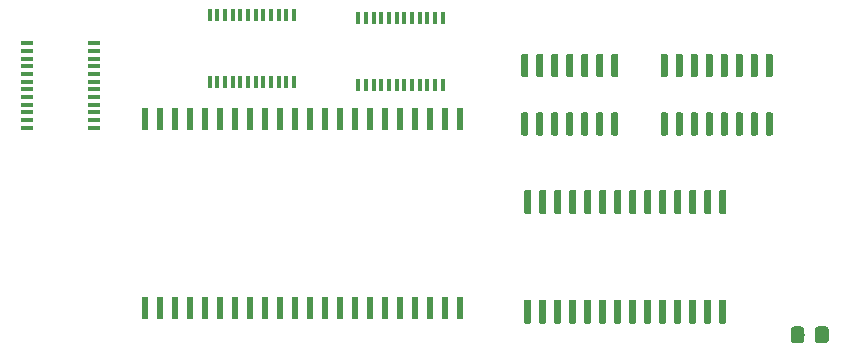
<source format=gbr>
G04 #@! TF.GenerationSoftware,KiCad,Pcbnew,(5.1.4)-1*
G04 #@! TF.CreationDate,2021-02-27T15:59:54-03:00*
G04 #@! TF.ProjectId,OpenDrive-Genesis,4f70656e-4472-4697-9665-2d47656e6573,rev?*
G04 #@! TF.SameCoordinates,Original*
G04 #@! TF.FileFunction,Paste,Top*
G04 #@! TF.FilePolarity,Positive*
%FSLAX46Y46*%
G04 Gerber Fmt 4.6, Leading zero omitted, Abs format (unit mm)*
G04 Created by KiCad (PCBNEW (5.1.4)-1) date 2021-02-27 15:59:54*
%MOMM*%
%LPD*%
G04 APERTURE LIST*
%ADD10R,0.400000X1.100000*%
%ADD11R,1.100000X0.400000*%
%ADD12R,0.500000X1.900000*%
%ADD13C,0.100000*%
%ADD14C,0.600000*%
%ADD15C,1.150000*%
G04 APERTURE END LIST*
D10*
X95929400Y-45054400D03*
X95279400Y-45054400D03*
X94629400Y-45054400D03*
X93979400Y-45054400D03*
X93329400Y-45054400D03*
X92679400Y-45054400D03*
X92029400Y-45054400D03*
X91379400Y-45054400D03*
X90729400Y-45054400D03*
X90079400Y-45054400D03*
X89429400Y-45054400D03*
X88779400Y-45054400D03*
X88779400Y-50754400D03*
X89429400Y-50754400D03*
X90079400Y-50754400D03*
X90729400Y-50754400D03*
X91379400Y-50754400D03*
X92029400Y-50754400D03*
X92679400Y-50754400D03*
X93329400Y-50754400D03*
X93979400Y-50754400D03*
X94629400Y-50754400D03*
X95279400Y-50754400D03*
X95929400Y-50754400D03*
X83331000Y-50500400D03*
X82681000Y-50500400D03*
X82031000Y-50500400D03*
X81381000Y-50500400D03*
X80731000Y-50500400D03*
X80081000Y-50500400D03*
X79431000Y-50500400D03*
X78781000Y-50500400D03*
X78131000Y-50500400D03*
X77481000Y-50500400D03*
X76831000Y-50500400D03*
X76181000Y-50500400D03*
X76181000Y-44800400D03*
X76831000Y-44800400D03*
X77481000Y-44800400D03*
X78131000Y-44800400D03*
X78781000Y-44800400D03*
X79431000Y-44800400D03*
X80081000Y-44800400D03*
X80731000Y-44800400D03*
X81381000Y-44800400D03*
X82031000Y-44800400D03*
X82681000Y-44800400D03*
X83331000Y-44800400D03*
D11*
X66406000Y-47204800D03*
X66406000Y-47854800D03*
X66406000Y-48504800D03*
X66406000Y-49154800D03*
X66406000Y-49804800D03*
X66406000Y-50454800D03*
X66406000Y-51104800D03*
X66406000Y-51754800D03*
X66406000Y-52404800D03*
X66406000Y-53054800D03*
X66406000Y-53704800D03*
X66406000Y-54354800D03*
X60706000Y-54354800D03*
X60706000Y-53704800D03*
X60706000Y-53054800D03*
X60706000Y-52404800D03*
X60706000Y-51754800D03*
X60706000Y-51104800D03*
X60706000Y-50454800D03*
X60706000Y-49804800D03*
X60706000Y-49154800D03*
X60706000Y-48504800D03*
X60706000Y-47854800D03*
X60706000Y-47204800D03*
D12*
X70739000Y-53595000D03*
X72009000Y-53595000D03*
X73279000Y-53595000D03*
X74549000Y-53595000D03*
X75819000Y-53595000D03*
X77089000Y-53595000D03*
X78359000Y-53595000D03*
X79629000Y-53595000D03*
X80899000Y-53595000D03*
X82169000Y-53595000D03*
X83439000Y-53595000D03*
X84709000Y-53595000D03*
X85979000Y-53595000D03*
X87249000Y-53595000D03*
X88519000Y-53595000D03*
X89789000Y-53595000D03*
X91059000Y-53595000D03*
X92329000Y-53595000D03*
X93599000Y-53595000D03*
X94869000Y-53595000D03*
X97409000Y-69595000D03*
X97409000Y-53595000D03*
X96139000Y-69595000D03*
X96139000Y-53595000D03*
X94869000Y-69595000D03*
X93599000Y-69595000D03*
X92329000Y-69595000D03*
X91059000Y-69595000D03*
X89789000Y-69595000D03*
X88519000Y-69595000D03*
X87249000Y-69595000D03*
X85979000Y-69595000D03*
X84709000Y-69595000D03*
X83439000Y-69595000D03*
X82169000Y-69595000D03*
X80899000Y-69595000D03*
X79629000Y-69595000D03*
X78359000Y-69595000D03*
X77089000Y-69595000D03*
X75819000Y-69595000D03*
X74549000Y-69595000D03*
X73279000Y-69595000D03*
X72009000Y-69595000D03*
X70739000Y-69595000D03*
D13*
G36*
X123735703Y-48112722D02*
G01*
X123750264Y-48114882D01*
X123764543Y-48118459D01*
X123778403Y-48123418D01*
X123791710Y-48129712D01*
X123804336Y-48137280D01*
X123816159Y-48146048D01*
X123827066Y-48155934D01*
X123836952Y-48166841D01*
X123845720Y-48178664D01*
X123853288Y-48191290D01*
X123859582Y-48204597D01*
X123864541Y-48218457D01*
X123868118Y-48232736D01*
X123870278Y-48247297D01*
X123871000Y-48262000D01*
X123871000Y-49912000D01*
X123870278Y-49926703D01*
X123868118Y-49941264D01*
X123864541Y-49955543D01*
X123859582Y-49969403D01*
X123853288Y-49982710D01*
X123845720Y-49995336D01*
X123836952Y-50007159D01*
X123827066Y-50018066D01*
X123816159Y-50027952D01*
X123804336Y-50036720D01*
X123791710Y-50044288D01*
X123778403Y-50050582D01*
X123764543Y-50055541D01*
X123750264Y-50059118D01*
X123735703Y-50061278D01*
X123721000Y-50062000D01*
X123421000Y-50062000D01*
X123406297Y-50061278D01*
X123391736Y-50059118D01*
X123377457Y-50055541D01*
X123363597Y-50050582D01*
X123350290Y-50044288D01*
X123337664Y-50036720D01*
X123325841Y-50027952D01*
X123314934Y-50018066D01*
X123305048Y-50007159D01*
X123296280Y-49995336D01*
X123288712Y-49982710D01*
X123282418Y-49969403D01*
X123277459Y-49955543D01*
X123273882Y-49941264D01*
X123271722Y-49926703D01*
X123271000Y-49912000D01*
X123271000Y-48262000D01*
X123271722Y-48247297D01*
X123273882Y-48232736D01*
X123277459Y-48218457D01*
X123282418Y-48204597D01*
X123288712Y-48191290D01*
X123296280Y-48178664D01*
X123305048Y-48166841D01*
X123314934Y-48155934D01*
X123325841Y-48146048D01*
X123337664Y-48137280D01*
X123350290Y-48129712D01*
X123363597Y-48123418D01*
X123377457Y-48118459D01*
X123391736Y-48114882D01*
X123406297Y-48112722D01*
X123421000Y-48112000D01*
X123721000Y-48112000D01*
X123735703Y-48112722D01*
X123735703Y-48112722D01*
G37*
D14*
X123571000Y-49087000D03*
D13*
G36*
X122465703Y-48112722D02*
G01*
X122480264Y-48114882D01*
X122494543Y-48118459D01*
X122508403Y-48123418D01*
X122521710Y-48129712D01*
X122534336Y-48137280D01*
X122546159Y-48146048D01*
X122557066Y-48155934D01*
X122566952Y-48166841D01*
X122575720Y-48178664D01*
X122583288Y-48191290D01*
X122589582Y-48204597D01*
X122594541Y-48218457D01*
X122598118Y-48232736D01*
X122600278Y-48247297D01*
X122601000Y-48262000D01*
X122601000Y-49912000D01*
X122600278Y-49926703D01*
X122598118Y-49941264D01*
X122594541Y-49955543D01*
X122589582Y-49969403D01*
X122583288Y-49982710D01*
X122575720Y-49995336D01*
X122566952Y-50007159D01*
X122557066Y-50018066D01*
X122546159Y-50027952D01*
X122534336Y-50036720D01*
X122521710Y-50044288D01*
X122508403Y-50050582D01*
X122494543Y-50055541D01*
X122480264Y-50059118D01*
X122465703Y-50061278D01*
X122451000Y-50062000D01*
X122151000Y-50062000D01*
X122136297Y-50061278D01*
X122121736Y-50059118D01*
X122107457Y-50055541D01*
X122093597Y-50050582D01*
X122080290Y-50044288D01*
X122067664Y-50036720D01*
X122055841Y-50027952D01*
X122044934Y-50018066D01*
X122035048Y-50007159D01*
X122026280Y-49995336D01*
X122018712Y-49982710D01*
X122012418Y-49969403D01*
X122007459Y-49955543D01*
X122003882Y-49941264D01*
X122001722Y-49926703D01*
X122001000Y-49912000D01*
X122001000Y-48262000D01*
X122001722Y-48247297D01*
X122003882Y-48232736D01*
X122007459Y-48218457D01*
X122012418Y-48204597D01*
X122018712Y-48191290D01*
X122026280Y-48178664D01*
X122035048Y-48166841D01*
X122044934Y-48155934D01*
X122055841Y-48146048D01*
X122067664Y-48137280D01*
X122080290Y-48129712D01*
X122093597Y-48123418D01*
X122107457Y-48118459D01*
X122121736Y-48114882D01*
X122136297Y-48112722D01*
X122151000Y-48112000D01*
X122451000Y-48112000D01*
X122465703Y-48112722D01*
X122465703Y-48112722D01*
G37*
D14*
X122301000Y-49087000D03*
D13*
G36*
X121195703Y-48112722D02*
G01*
X121210264Y-48114882D01*
X121224543Y-48118459D01*
X121238403Y-48123418D01*
X121251710Y-48129712D01*
X121264336Y-48137280D01*
X121276159Y-48146048D01*
X121287066Y-48155934D01*
X121296952Y-48166841D01*
X121305720Y-48178664D01*
X121313288Y-48191290D01*
X121319582Y-48204597D01*
X121324541Y-48218457D01*
X121328118Y-48232736D01*
X121330278Y-48247297D01*
X121331000Y-48262000D01*
X121331000Y-49912000D01*
X121330278Y-49926703D01*
X121328118Y-49941264D01*
X121324541Y-49955543D01*
X121319582Y-49969403D01*
X121313288Y-49982710D01*
X121305720Y-49995336D01*
X121296952Y-50007159D01*
X121287066Y-50018066D01*
X121276159Y-50027952D01*
X121264336Y-50036720D01*
X121251710Y-50044288D01*
X121238403Y-50050582D01*
X121224543Y-50055541D01*
X121210264Y-50059118D01*
X121195703Y-50061278D01*
X121181000Y-50062000D01*
X120881000Y-50062000D01*
X120866297Y-50061278D01*
X120851736Y-50059118D01*
X120837457Y-50055541D01*
X120823597Y-50050582D01*
X120810290Y-50044288D01*
X120797664Y-50036720D01*
X120785841Y-50027952D01*
X120774934Y-50018066D01*
X120765048Y-50007159D01*
X120756280Y-49995336D01*
X120748712Y-49982710D01*
X120742418Y-49969403D01*
X120737459Y-49955543D01*
X120733882Y-49941264D01*
X120731722Y-49926703D01*
X120731000Y-49912000D01*
X120731000Y-48262000D01*
X120731722Y-48247297D01*
X120733882Y-48232736D01*
X120737459Y-48218457D01*
X120742418Y-48204597D01*
X120748712Y-48191290D01*
X120756280Y-48178664D01*
X120765048Y-48166841D01*
X120774934Y-48155934D01*
X120785841Y-48146048D01*
X120797664Y-48137280D01*
X120810290Y-48129712D01*
X120823597Y-48123418D01*
X120837457Y-48118459D01*
X120851736Y-48114882D01*
X120866297Y-48112722D01*
X120881000Y-48112000D01*
X121181000Y-48112000D01*
X121195703Y-48112722D01*
X121195703Y-48112722D01*
G37*
D14*
X121031000Y-49087000D03*
D13*
G36*
X119925703Y-48112722D02*
G01*
X119940264Y-48114882D01*
X119954543Y-48118459D01*
X119968403Y-48123418D01*
X119981710Y-48129712D01*
X119994336Y-48137280D01*
X120006159Y-48146048D01*
X120017066Y-48155934D01*
X120026952Y-48166841D01*
X120035720Y-48178664D01*
X120043288Y-48191290D01*
X120049582Y-48204597D01*
X120054541Y-48218457D01*
X120058118Y-48232736D01*
X120060278Y-48247297D01*
X120061000Y-48262000D01*
X120061000Y-49912000D01*
X120060278Y-49926703D01*
X120058118Y-49941264D01*
X120054541Y-49955543D01*
X120049582Y-49969403D01*
X120043288Y-49982710D01*
X120035720Y-49995336D01*
X120026952Y-50007159D01*
X120017066Y-50018066D01*
X120006159Y-50027952D01*
X119994336Y-50036720D01*
X119981710Y-50044288D01*
X119968403Y-50050582D01*
X119954543Y-50055541D01*
X119940264Y-50059118D01*
X119925703Y-50061278D01*
X119911000Y-50062000D01*
X119611000Y-50062000D01*
X119596297Y-50061278D01*
X119581736Y-50059118D01*
X119567457Y-50055541D01*
X119553597Y-50050582D01*
X119540290Y-50044288D01*
X119527664Y-50036720D01*
X119515841Y-50027952D01*
X119504934Y-50018066D01*
X119495048Y-50007159D01*
X119486280Y-49995336D01*
X119478712Y-49982710D01*
X119472418Y-49969403D01*
X119467459Y-49955543D01*
X119463882Y-49941264D01*
X119461722Y-49926703D01*
X119461000Y-49912000D01*
X119461000Y-48262000D01*
X119461722Y-48247297D01*
X119463882Y-48232736D01*
X119467459Y-48218457D01*
X119472418Y-48204597D01*
X119478712Y-48191290D01*
X119486280Y-48178664D01*
X119495048Y-48166841D01*
X119504934Y-48155934D01*
X119515841Y-48146048D01*
X119527664Y-48137280D01*
X119540290Y-48129712D01*
X119553597Y-48123418D01*
X119567457Y-48118459D01*
X119581736Y-48114882D01*
X119596297Y-48112722D01*
X119611000Y-48112000D01*
X119911000Y-48112000D01*
X119925703Y-48112722D01*
X119925703Y-48112722D01*
G37*
D14*
X119761000Y-49087000D03*
D13*
G36*
X118655703Y-48112722D02*
G01*
X118670264Y-48114882D01*
X118684543Y-48118459D01*
X118698403Y-48123418D01*
X118711710Y-48129712D01*
X118724336Y-48137280D01*
X118736159Y-48146048D01*
X118747066Y-48155934D01*
X118756952Y-48166841D01*
X118765720Y-48178664D01*
X118773288Y-48191290D01*
X118779582Y-48204597D01*
X118784541Y-48218457D01*
X118788118Y-48232736D01*
X118790278Y-48247297D01*
X118791000Y-48262000D01*
X118791000Y-49912000D01*
X118790278Y-49926703D01*
X118788118Y-49941264D01*
X118784541Y-49955543D01*
X118779582Y-49969403D01*
X118773288Y-49982710D01*
X118765720Y-49995336D01*
X118756952Y-50007159D01*
X118747066Y-50018066D01*
X118736159Y-50027952D01*
X118724336Y-50036720D01*
X118711710Y-50044288D01*
X118698403Y-50050582D01*
X118684543Y-50055541D01*
X118670264Y-50059118D01*
X118655703Y-50061278D01*
X118641000Y-50062000D01*
X118341000Y-50062000D01*
X118326297Y-50061278D01*
X118311736Y-50059118D01*
X118297457Y-50055541D01*
X118283597Y-50050582D01*
X118270290Y-50044288D01*
X118257664Y-50036720D01*
X118245841Y-50027952D01*
X118234934Y-50018066D01*
X118225048Y-50007159D01*
X118216280Y-49995336D01*
X118208712Y-49982710D01*
X118202418Y-49969403D01*
X118197459Y-49955543D01*
X118193882Y-49941264D01*
X118191722Y-49926703D01*
X118191000Y-49912000D01*
X118191000Y-48262000D01*
X118191722Y-48247297D01*
X118193882Y-48232736D01*
X118197459Y-48218457D01*
X118202418Y-48204597D01*
X118208712Y-48191290D01*
X118216280Y-48178664D01*
X118225048Y-48166841D01*
X118234934Y-48155934D01*
X118245841Y-48146048D01*
X118257664Y-48137280D01*
X118270290Y-48129712D01*
X118283597Y-48123418D01*
X118297457Y-48118459D01*
X118311736Y-48114882D01*
X118326297Y-48112722D01*
X118341000Y-48112000D01*
X118641000Y-48112000D01*
X118655703Y-48112722D01*
X118655703Y-48112722D01*
G37*
D14*
X118491000Y-49087000D03*
D13*
G36*
X117385703Y-48112722D02*
G01*
X117400264Y-48114882D01*
X117414543Y-48118459D01*
X117428403Y-48123418D01*
X117441710Y-48129712D01*
X117454336Y-48137280D01*
X117466159Y-48146048D01*
X117477066Y-48155934D01*
X117486952Y-48166841D01*
X117495720Y-48178664D01*
X117503288Y-48191290D01*
X117509582Y-48204597D01*
X117514541Y-48218457D01*
X117518118Y-48232736D01*
X117520278Y-48247297D01*
X117521000Y-48262000D01*
X117521000Y-49912000D01*
X117520278Y-49926703D01*
X117518118Y-49941264D01*
X117514541Y-49955543D01*
X117509582Y-49969403D01*
X117503288Y-49982710D01*
X117495720Y-49995336D01*
X117486952Y-50007159D01*
X117477066Y-50018066D01*
X117466159Y-50027952D01*
X117454336Y-50036720D01*
X117441710Y-50044288D01*
X117428403Y-50050582D01*
X117414543Y-50055541D01*
X117400264Y-50059118D01*
X117385703Y-50061278D01*
X117371000Y-50062000D01*
X117071000Y-50062000D01*
X117056297Y-50061278D01*
X117041736Y-50059118D01*
X117027457Y-50055541D01*
X117013597Y-50050582D01*
X117000290Y-50044288D01*
X116987664Y-50036720D01*
X116975841Y-50027952D01*
X116964934Y-50018066D01*
X116955048Y-50007159D01*
X116946280Y-49995336D01*
X116938712Y-49982710D01*
X116932418Y-49969403D01*
X116927459Y-49955543D01*
X116923882Y-49941264D01*
X116921722Y-49926703D01*
X116921000Y-49912000D01*
X116921000Y-48262000D01*
X116921722Y-48247297D01*
X116923882Y-48232736D01*
X116927459Y-48218457D01*
X116932418Y-48204597D01*
X116938712Y-48191290D01*
X116946280Y-48178664D01*
X116955048Y-48166841D01*
X116964934Y-48155934D01*
X116975841Y-48146048D01*
X116987664Y-48137280D01*
X117000290Y-48129712D01*
X117013597Y-48123418D01*
X117027457Y-48118459D01*
X117041736Y-48114882D01*
X117056297Y-48112722D01*
X117071000Y-48112000D01*
X117371000Y-48112000D01*
X117385703Y-48112722D01*
X117385703Y-48112722D01*
G37*
D14*
X117221000Y-49087000D03*
D13*
G36*
X116115703Y-48112722D02*
G01*
X116130264Y-48114882D01*
X116144543Y-48118459D01*
X116158403Y-48123418D01*
X116171710Y-48129712D01*
X116184336Y-48137280D01*
X116196159Y-48146048D01*
X116207066Y-48155934D01*
X116216952Y-48166841D01*
X116225720Y-48178664D01*
X116233288Y-48191290D01*
X116239582Y-48204597D01*
X116244541Y-48218457D01*
X116248118Y-48232736D01*
X116250278Y-48247297D01*
X116251000Y-48262000D01*
X116251000Y-49912000D01*
X116250278Y-49926703D01*
X116248118Y-49941264D01*
X116244541Y-49955543D01*
X116239582Y-49969403D01*
X116233288Y-49982710D01*
X116225720Y-49995336D01*
X116216952Y-50007159D01*
X116207066Y-50018066D01*
X116196159Y-50027952D01*
X116184336Y-50036720D01*
X116171710Y-50044288D01*
X116158403Y-50050582D01*
X116144543Y-50055541D01*
X116130264Y-50059118D01*
X116115703Y-50061278D01*
X116101000Y-50062000D01*
X115801000Y-50062000D01*
X115786297Y-50061278D01*
X115771736Y-50059118D01*
X115757457Y-50055541D01*
X115743597Y-50050582D01*
X115730290Y-50044288D01*
X115717664Y-50036720D01*
X115705841Y-50027952D01*
X115694934Y-50018066D01*
X115685048Y-50007159D01*
X115676280Y-49995336D01*
X115668712Y-49982710D01*
X115662418Y-49969403D01*
X115657459Y-49955543D01*
X115653882Y-49941264D01*
X115651722Y-49926703D01*
X115651000Y-49912000D01*
X115651000Y-48262000D01*
X115651722Y-48247297D01*
X115653882Y-48232736D01*
X115657459Y-48218457D01*
X115662418Y-48204597D01*
X115668712Y-48191290D01*
X115676280Y-48178664D01*
X115685048Y-48166841D01*
X115694934Y-48155934D01*
X115705841Y-48146048D01*
X115717664Y-48137280D01*
X115730290Y-48129712D01*
X115743597Y-48123418D01*
X115757457Y-48118459D01*
X115771736Y-48114882D01*
X115786297Y-48112722D01*
X115801000Y-48112000D01*
X116101000Y-48112000D01*
X116115703Y-48112722D01*
X116115703Y-48112722D01*
G37*
D14*
X115951000Y-49087000D03*
D13*
G36*
X114845703Y-48112722D02*
G01*
X114860264Y-48114882D01*
X114874543Y-48118459D01*
X114888403Y-48123418D01*
X114901710Y-48129712D01*
X114914336Y-48137280D01*
X114926159Y-48146048D01*
X114937066Y-48155934D01*
X114946952Y-48166841D01*
X114955720Y-48178664D01*
X114963288Y-48191290D01*
X114969582Y-48204597D01*
X114974541Y-48218457D01*
X114978118Y-48232736D01*
X114980278Y-48247297D01*
X114981000Y-48262000D01*
X114981000Y-49912000D01*
X114980278Y-49926703D01*
X114978118Y-49941264D01*
X114974541Y-49955543D01*
X114969582Y-49969403D01*
X114963288Y-49982710D01*
X114955720Y-49995336D01*
X114946952Y-50007159D01*
X114937066Y-50018066D01*
X114926159Y-50027952D01*
X114914336Y-50036720D01*
X114901710Y-50044288D01*
X114888403Y-50050582D01*
X114874543Y-50055541D01*
X114860264Y-50059118D01*
X114845703Y-50061278D01*
X114831000Y-50062000D01*
X114531000Y-50062000D01*
X114516297Y-50061278D01*
X114501736Y-50059118D01*
X114487457Y-50055541D01*
X114473597Y-50050582D01*
X114460290Y-50044288D01*
X114447664Y-50036720D01*
X114435841Y-50027952D01*
X114424934Y-50018066D01*
X114415048Y-50007159D01*
X114406280Y-49995336D01*
X114398712Y-49982710D01*
X114392418Y-49969403D01*
X114387459Y-49955543D01*
X114383882Y-49941264D01*
X114381722Y-49926703D01*
X114381000Y-49912000D01*
X114381000Y-48262000D01*
X114381722Y-48247297D01*
X114383882Y-48232736D01*
X114387459Y-48218457D01*
X114392418Y-48204597D01*
X114398712Y-48191290D01*
X114406280Y-48178664D01*
X114415048Y-48166841D01*
X114424934Y-48155934D01*
X114435841Y-48146048D01*
X114447664Y-48137280D01*
X114460290Y-48129712D01*
X114473597Y-48123418D01*
X114487457Y-48118459D01*
X114501736Y-48114882D01*
X114516297Y-48112722D01*
X114531000Y-48112000D01*
X114831000Y-48112000D01*
X114845703Y-48112722D01*
X114845703Y-48112722D01*
G37*
D14*
X114681000Y-49087000D03*
D13*
G36*
X114845703Y-53062722D02*
G01*
X114860264Y-53064882D01*
X114874543Y-53068459D01*
X114888403Y-53073418D01*
X114901710Y-53079712D01*
X114914336Y-53087280D01*
X114926159Y-53096048D01*
X114937066Y-53105934D01*
X114946952Y-53116841D01*
X114955720Y-53128664D01*
X114963288Y-53141290D01*
X114969582Y-53154597D01*
X114974541Y-53168457D01*
X114978118Y-53182736D01*
X114980278Y-53197297D01*
X114981000Y-53212000D01*
X114981000Y-54862000D01*
X114980278Y-54876703D01*
X114978118Y-54891264D01*
X114974541Y-54905543D01*
X114969582Y-54919403D01*
X114963288Y-54932710D01*
X114955720Y-54945336D01*
X114946952Y-54957159D01*
X114937066Y-54968066D01*
X114926159Y-54977952D01*
X114914336Y-54986720D01*
X114901710Y-54994288D01*
X114888403Y-55000582D01*
X114874543Y-55005541D01*
X114860264Y-55009118D01*
X114845703Y-55011278D01*
X114831000Y-55012000D01*
X114531000Y-55012000D01*
X114516297Y-55011278D01*
X114501736Y-55009118D01*
X114487457Y-55005541D01*
X114473597Y-55000582D01*
X114460290Y-54994288D01*
X114447664Y-54986720D01*
X114435841Y-54977952D01*
X114424934Y-54968066D01*
X114415048Y-54957159D01*
X114406280Y-54945336D01*
X114398712Y-54932710D01*
X114392418Y-54919403D01*
X114387459Y-54905543D01*
X114383882Y-54891264D01*
X114381722Y-54876703D01*
X114381000Y-54862000D01*
X114381000Y-53212000D01*
X114381722Y-53197297D01*
X114383882Y-53182736D01*
X114387459Y-53168457D01*
X114392418Y-53154597D01*
X114398712Y-53141290D01*
X114406280Y-53128664D01*
X114415048Y-53116841D01*
X114424934Y-53105934D01*
X114435841Y-53096048D01*
X114447664Y-53087280D01*
X114460290Y-53079712D01*
X114473597Y-53073418D01*
X114487457Y-53068459D01*
X114501736Y-53064882D01*
X114516297Y-53062722D01*
X114531000Y-53062000D01*
X114831000Y-53062000D01*
X114845703Y-53062722D01*
X114845703Y-53062722D01*
G37*
D14*
X114681000Y-54037000D03*
D13*
G36*
X116115703Y-53062722D02*
G01*
X116130264Y-53064882D01*
X116144543Y-53068459D01*
X116158403Y-53073418D01*
X116171710Y-53079712D01*
X116184336Y-53087280D01*
X116196159Y-53096048D01*
X116207066Y-53105934D01*
X116216952Y-53116841D01*
X116225720Y-53128664D01*
X116233288Y-53141290D01*
X116239582Y-53154597D01*
X116244541Y-53168457D01*
X116248118Y-53182736D01*
X116250278Y-53197297D01*
X116251000Y-53212000D01*
X116251000Y-54862000D01*
X116250278Y-54876703D01*
X116248118Y-54891264D01*
X116244541Y-54905543D01*
X116239582Y-54919403D01*
X116233288Y-54932710D01*
X116225720Y-54945336D01*
X116216952Y-54957159D01*
X116207066Y-54968066D01*
X116196159Y-54977952D01*
X116184336Y-54986720D01*
X116171710Y-54994288D01*
X116158403Y-55000582D01*
X116144543Y-55005541D01*
X116130264Y-55009118D01*
X116115703Y-55011278D01*
X116101000Y-55012000D01*
X115801000Y-55012000D01*
X115786297Y-55011278D01*
X115771736Y-55009118D01*
X115757457Y-55005541D01*
X115743597Y-55000582D01*
X115730290Y-54994288D01*
X115717664Y-54986720D01*
X115705841Y-54977952D01*
X115694934Y-54968066D01*
X115685048Y-54957159D01*
X115676280Y-54945336D01*
X115668712Y-54932710D01*
X115662418Y-54919403D01*
X115657459Y-54905543D01*
X115653882Y-54891264D01*
X115651722Y-54876703D01*
X115651000Y-54862000D01*
X115651000Y-53212000D01*
X115651722Y-53197297D01*
X115653882Y-53182736D01*
X115657459Y-53168457D01*
X115662418Y-53154597D01*
X115668712Y-53141290D01*
X115676280Y-53128664D01*
X115685048Y-53116841D01*
X115694934Y-53105934D01*
X115705841Y-53096048D01*
X115717664Y-53087280D01*
X115730290Y-53079712D01*
X115743597Y-53073418D01*
X115757457Y-53068459D01*
X115771736Y-53064882D01*
X115786297Y-53062722D01*
X115801000Y-53062000D01*
X116101000Y-53062000D01*
X116115703Y-53062722D01*
X116115703Y-53062722D01*
G37*
D14*
X115951000Y-54037000D03*
D13*
G36*
X117385703Y-53062722D02*
G01*
X117400264Y-53064882D01*
X117414543Y-53068459D01*
X117428403Y-53073418D01*
X117441710Y-53079712D01*
X117454336Y-53087280D01*
X117466159Y-53096048D01*
X117477066Y-53105934D01*
X117486952Y-53116841D01*
X117495720Y-53128664D01*
X117503288Y-53141290D01*
X117509582Y-53154597D01*
X117514541Y-53168457D01*
X117518118Y-53182736D01*
X117520278Y-53197297D01*
X117521000Y-53212000D01*
X117521000Y-54862000D01*
X117520278Y-54876703D01*
X117518118Y-54891264D01*
X117514541Y-54905543D01*
X117509582Y-54919403D01*
X117503288Y-54932710D01*
X117495720Y-54945336D01*
X117486952Y-54957159D01*
X117477066Y-54968066D01*
X117466159Y-54977952D01*
X117454336Y-54986720D01*
X117441710Y-54994288D01*
X117428403Y-55000582D01*
X117414543Y-55005541D01*
X117400264Y-55009118D01*
X117385703Y-55011278D01*
X117371000Y-55012000D01*
X117071000Y-55012000D01*
X117056297Y-55011278D01*
X117041736Y-55009118D01*
X117027457Y-55005541D01*
X117013597Y-55000582D01*
X117000290Y-54994288D01*
X116987664Y-54986720D01*
X116975841Y-54977952D01*
X116964934Y-54968066D01*
X116955048Y-54957159D01*
X116946280Y-54945336D01*
X116938712Y-54932710D01*
X116932418Y-54919403D01*
X116927459Y-54905543D01*
X116923882Y-54891264D01*
X116921722Y-54876703D01*
X116921000Y-54862000D01*
X116921000Y-53212000D01*
X116921722Y-53197297D01*
X116923882Y-53182736D01*
X116927459Y-53168457D01*
X116932418Y-53154597D01*
X116938712Y-53141290D01*
X116946280Y-53128664D01*
X116955048Y-53116841D01*
X116964934Y-53105934D01*
X116975841Y-53096048D01*
X116987664Y-53087280D01*
X117000290Y-53079712D01*
X117013597Y-53073418D01*
X117027457Y-53068459D01*
X117041736Y-53064882D01*
X117056297Y-53062722D01*
X117071000Y-53062000D01*
X117371000Y-53062000D01*
X117385703Y-53062722D01*
X117385703Y-53062722D01*
G37*
D14*
X117221000Y-54037000D03*
D13*
G36*
X118655703Y-53062722D02*
G01*
X118670264Y-53064882D01*
X118684543Y-53068459D01*
X118698403Y-53073418D01*
X118711710Y-53079712D01*
X118724336Y-53087280D01*
X118736159Y-53096048D01*
X118747066Y-53105934D01*
X118756952Y-53116841D01*
X118765720Y-53128664D01*
X118773288Y-53141290D01*
X118779582Y-53154597D01*
X118784541Y-53168457D01*
X118788118Y-53182736D01*
X118790278Y-53197297D01*
X118791000Y-53212000D01*
X118791000Y-54862000D01*
X118790278Y-54876703D01*
X118788118Y-54891264D01*
X118784541Y-54905543D01*
X118779582Y-54919403D01*
X118773288Y-54932710D01*
X118765720Y-54945336D01*
X118756952Y-54957159D01*
X118747066Y-54968066D01*
X118736159Y-54977952D01*
X118724336Y-54986720D01*
X118711710Y-54994288D01*
X118698403Y-55000582D01*
X118684543Y-55005541D01*
X118670264Y-55009118D01*
X118655703Y-55011278D01*
X118641000Y-55012000D01*
X118341000Y-55012000D01*
X118326297Y-55011278D01*
X118311736Y-55009118D01*
X118297457Y-55005541D01*
X118283597Y-55000582D01*
X118270290Y-54994288D01*
X118257664Y-54986720D01*
X118245841Y-54977952D01*
X118234934Y-54968066D01*
X118225048Y-54957159D01*
X118216280Y-54945336D01*
X118208712Y-54932710D01*
X118202418Y-54919403D01*
X118197459Y-54905543D01*
X118193882Y-54891264D01*
X118191722Y-54876703D01*
X118191000Y-54862000D01*
X118191000Y-53212000D01*
X118191722Y-53197297D01*
X118193882Y-53182736D01*
X118197459Y-53168457D01*
X118202418Y-53154597D01*
X118208712Y-53141290D01*
X118216280Y-53128664D01*
X118225048Y-53116841D01*
X118234934Y-53105934D01*
X118245841Y-53096048D01*
X118257664Y-53087280D01*
X118270290Y-53079712D01*
X118283597Y-53073418D01*
X118297457Y-53068459D01*
X118311736Y-53064882D01*
X118326297Y-53062722D01*
X118341000Y-53062000D01*
X118641000Y-53062000D01*
X118655703Y-53062722D01*
X118655703Y-53062722D01*
G37*
D14*
X118491000Y-54037000D03*
D13*
G36*
X119925703Y-53062722D02*
G01*
X119940264Y-53064882D01*
X119954543Y-53068459D01*
X119968403Y-53073418D01*
X119981710Y-53079712D01*
X119994336Y-53087280D01*
X120006159Y-53096048D01*
X120017066Y-53105934D01*
X120026952Y-53116841D01*
X120035720Y-53128664D01*
X120043288Y-53141290D01*
X120049582Y-53154597D01*
X120054541Y-53168457D01*
X120058118Y-53182736D01*
X120060278Y-53197297D01*
X120061000Y-53212000D01*
X120061000Y-54862000D01*
X120060278Y-54876703D01*
X120058118Y-54891264D01*
X120054541Y-54905543D01*
X120049582Y-54919403D01*
X120043288Y-54932710D01*
X120035720Y-54945336D01*
X120026952Y-54957159D01*
X120017066Y-54968066D01*
X120006159Y-54977952D01*
X119994336Y-54986720D01*
X119981710Y-54994288D01*
X119968403Y-55000582D01*
X119954543Y-55005541D01*
X119940264Y-55009118D01*
X119925703Y-55011278D01*
X119911000Y-55012000D01*
X119611000Y-55012000D01*
X119596297Y-55011278D01*
X119581736Y-55009118D01*
X119567457Y-55005541D01*
X119553597Y-55000582D01*
X119540290Y-54994288D01*
X119527664Y-54986720D01*
X119515841Y-54977952D01*
X119504934Y-54968066D01*
X119495048Y-54957159D01*
X119486280Y-54945336D01*
X119478712Y-54932710D01*
X119472418Y-54919403D01*
X119467459Y-54905543D01*
X119463882Y-54891264D01*
X119461722Y-54876703D01*
X119461000Y-54862000D01*
X119461000Y-53212000D01*
X119461722Y-53197297D01*
X119463882Y-53182736D01*
X119467459Y-53168457D01*
X119472418Y-53154597D01*
X119478712Y-53141290D01*
X119486280Y-53128664D01*
X119495048Y-53116841D01*
X119504934Y-53105934D01*
X119515841Y-53096048D01*
X119527664Y-53087280D01*
X119540290Y-53079712D01*
X119553597Y-53073418D01*
X119567457Y-53068459D01*
X119581736Y-53064882D01*
X119596297Y-53062722D01*
X119611000Y-53062000D01*
X119911000Y-53062000D01*
X119925703Y-53062722D01*
X119925703Y-53062722D01*
G37*
D14*
X119761000Y-54037000D03*
D13*
G36*
X121195703Y-53062722D02*
G01*
X121210264Y-53064882D01*
X121224543Y-53068459D01*
X121238403Y-53073418D01*
X121251710Y-53079712D01*
X121264336Y-53087280D01*
X121276159Y-53096048D01*
X121287066Y-53105934D01*
X121296952Y-53116841D01*
X121305720Y-53128664D01*
X121313288Y-53141290D01*
X121319582Y-53154597D01*
X121324541Y-53168457D01*
X121328118Y-53182736D01*
X121330278Y-53197297D01*
X121331000Y-53212000D01*
X121331000Y-54862000D01*
X121330278Y-54876703D01*
X121328118Y-54891264D01*
X121324541Y-54905543D01*
X121319582Y-54919403D01*
X121313288Y-54932710D01*
X121305720Y-54945336D01*
X121296952Y-54957159D01*
X121287066Y-54968066D01*
X121276159Y-54977952D01*
X121264336Y-54986720D01*
X121251710Y-54994288D01*
X121238403Y-55000582D01*
X121224543Y-55005541D01*
X121210264Y-55009118D01*
X121195703Y-55011278D01*
X121181000Y-55012000D01*
X120881000Y-55012000D01*
X120866297Y-55011278D01*
X120851736Y-55009118D01*
X120837457Y-55005541D01*
X120823597Y-55000582D01*
X120810290Y-54994288D01*
X120797664Y-54986720D01*
X120785841Y-54977952D01*
X120774934Y-54968066D01*
X120765048Y-54957159D01*
X120756280Y-54945336D01*
X120748712Y-54932710D01*
X120742418Y-54919403D01*
X120737459Y-54905543D01*
X120733882Y-54891264D01*
X120731722Y-54876703D01*
X120731000Y-54862000D01*
X120731000Y-53212000D01*
X120731722Y-53197297D01*
X120733882Y-53182736D01*
X120737459Y-53168457D01*
X120742418Y-53154597D01*
X120748712Y-53141290D01*
X120756280Y-53128664D01*
X120765048Y-53116841D01*
X120774934Y-53105934D01*
X120785841Y-53096048D01*
X120797664Y-53087280D01*
X120810290Y-53079712D01*
X120823597Y-53073418D01*
X120837457Y-53068459D01*
X120851736Y-53064882D01*
X120866297Y-53062722D01*
X120881000Y-53062000D01*
X121181000Y-53062000D01*
X121195703Y-53062722D01*
X121195703Y-53062722D01*
G37*
D14*
X121031000Y-54037000D03*
D13*
G36*
X122465703Y-53062722D02*
G01*
X122480264Y-53064882D01*
X122494543Y-53068459D01*
X122508403Y-53073418D01*
X122521710Y-53079712D01*
X122534336Y-53087280D01*
X122546159Y-53096048D01*
X122557066Y-53105934D01*
X122566952Y-53116841D01*
X122575720Y-53128664D01*
X122583288Y-53141290D01*
X122589582Y-53154597D01*
X122594541Y-53168457D01*
X122598118Y-53182736D01*
X122600278Y-53197297D01*
X122601000Y-53212000D01*
X122601000Y-54862000D01*
X122600278Y-54876703D01*
X122598118Y-54891264D01*
X122594541Y-54905543D01*
X122589582Y-54919403D01*
X122583288Y-54932710D01*
X122575720Y-54945336D01*
X122566952Y-54957159D01*
X122557066Y-54968066D01*
X122546159Y-54977952D01*
X122534336Y-54986720D01*
X122521710Y-54994288D01*
X122508403Y-55000582D01*
X122494543Y-55005541D01*
X122480264Y-55009118D01*
X122465703Y-55011278D01*
X122451000Y-55012000D01*
X122151000Y-55012000D01*
X122136297Y-55011278D01*
X122121736Y-55009118D01*
X122107457Y-55005541D01*
X122093597Y-55000582D01*
X122080290Y-54994288D01*
X122067664Y-54986720D01*
X122055841Y-54977952D01*
X122044934Y-54968066D01*
X122035048Y-54957159D01*
X122026280Y-54945336D01*
X122018712Y-54932710D01*
X122012418Y-54919403D01*
X122007459Y-54905543D01*
X122003882Y-54891264D01*
X122001722Y-54876703D01*
X122001000Y-54862000D01*
X122001000Y-53212000D01*
X122001722Y-53197297D01*
X122003882Y-53182736D01*
X122007459Y-53168457D01*
X122012418Y-53154597D01*
X122018712Y-53141290D01*
X122026280Y-53128664D01*
X122035048Y-53116841D01*
X122044934Y-53105934D01*
X122055841Y-53096048D01*
X122067664Y-53087280D01*
X122080290Y-53079712D01*
X122093597Y-53073418D01*
X122107457Y-53068459D01*
X122121736Y-53064882D01*
X122136297Y-53062722D01*
X122151000Y-53062000D01*
X122451000Y-53062000D01*
X122465703Y-53062722D01*
X122465703Y-53062722D01*
G37*
D14*
X122301000Y-54037000D03*
D13*
G36*
X123735703Y-53062722D02*
G01*
X123750264Y-53064882D01*
X123764543Y-53068459D01*
X123778403Y-53073418D01*
X123791710Y-53079712D01*
X123804336Y-53087280D01*
X123816159Y-53096048D01*
X123827066Y-53105934D01*
X123836952Y-53116841D01*
X123845720Y-53128664D01*
X123853288Y-53141290D01*
X123859582Y-53154597D01*
X123864541Y-53168457D01*
X123868118Y-53182736D01*
X123870278Y-53197297D01*
X123871000Y-53212000D01*
X123871000Y-54862000D01*
X123870278Y-54876703D01*
X123868118Y-54891264D01*
X123864541Y-54905543D01*
X123859582Y-54919403D01*
X123853288Y-54932710D01*
X123845720Y-54945336D01*
X123836952Y-54957159D01*
X123827066Y-54968066D01*
X123816159Y-54977952D01*
X123804336Y-54986720D01*
X123791710Y-54994288D01*
X123778403Y-55000582D01*
X123764543Y-55005541D01*
X123750264Y-55009118D01*
X123735703Y-55011278D01*
X123721000Y-55012000D01*
X123421000Y-55012000D01*
X123406297Y-55011278D01*
X123391736Y-55009118D01*
X123377457Y-55005541D01*
X123363597Y-55000582D01*
X123350290Y-54994288D01*
X123337664Y-54986720D01*
X123325841Y-54977952D01*
X123314934Y-54968066D01*
X123305048Y-54957159D01*
X123296280Y-54945336D01*
X123288712Y-54932710D01*
X123282418Y-54919403D01*
X123277459Y-54905543D01*
X123273882Y-54891264D01*
X123271722Y-54876703D01*
X123271000Y-54862000D01*
X123271000Y-53212000D01*
X123271722Y-53197297D01*
X123273882Y-53182736D01*
X123277459Y-53168457D01*
X123282418Y-53154597D01*
X123288712Y-53141290D01*
X123296280Y-53128664D01*
X123305048Y-53116841D01*
X123314934Y-53105934D01*
X123325841Y-53096048D01*
X123337664Y-53087280D01*
X123350290Y-53079712D01*
X123363597Y-53073418D01*
X123377457Y-53068459D01*
X123391736Y-53064882D01*
X123406297Y-53062722D01*
X123421000Y-53062000D01*
X123721000Y-53062000D01*
X123735703Y-53062722D01*
X123735703Y-53062722D01*
G37*
D14*
X123571000Y-54037000D03*
D13*
G36*
X103288703Y-59603722D02*
G01*
X103303264Y-59605882D01*
X103317543Y-59609459D01*
X103331403Y-59614418D01*
X103344710Y-59620712D01*
X103357336Y-59628280D01*
X103369159Y-59637048D01*
X103380066Y-59646934D01*
X103389952Y-59657841D01*
X103398720Y-59669664D01*
X103406288Y-59682290D01*
X103412582Y-59695597D01*
X103417541Y-59709457D01*
X103421118Y-59723736D01*
X103423278Y-59738297D01*
X103424000Y-59753000D01*
X103424000Y-61503000D01*
X103423278Y-61517703D01*
X103421118Y-61532264D01*
X103417541Y-61546543D01*
X103412582Y-61560403D01*
X103406288Y-61573710D01*
X103398720Y-61586336D01*
X103389952Y-61598159D01*
X103380066Y-61609066D01*
X103369159Y-61618952D01*
X103357336Y-61627720D01*
X103344710Y-61635288D01*
X103331403Y-61641582D01*
X103317543Y-61646541D01*
X103303264Y-61650118D01*
X103288703Y-61652278D01*
X103274000Y-61653000D01*
X102974000Y-61653000D01*
X102959297Y-61652278D01*
X102944736Y-61650118D01*
X102930457Y-61646541D01*
X102916597Y-61641582D01*
X102903290Y-61635288D01*
X102890664Y-61627720D01*
X102878841Y-61618952D01*
X102867934Y-61609066D01*
X102858048Y-61598159D01*
X102849280Y-61586336D01*
X102841712Y-61573710D01*
X102835418Y-61560403D01*
X102830459Y-61546543D01*
X102826882Y-61532264D01*
X102824722Y-61517703D01*
X102824000Y-61503000D01*
X102824000Y-59753000D01*
X102824722Y-59738297D01*
X102826882Y-59723736D01*
X102830459Y-59709457D01*
X102835418Y-59695597D01*
X102841712Y-59682290D01*
X102849280Y-59669664D01*
X102858048Y-59657841D01*
X102867934Y-59646934D01*
X102878841Y-59637048D01*
X102890664Y-59628280D01*
X102903290Y-59620712D01*
X102916597Y-59614418D01*
X102930457Y-59609459D01*
X102944736Y-59605882D01*
X102959297Y-59603722D01*
X102974000Y-59603000D01*
X103274000Y-59603000D01*
X103288703Y-59603722D01*
X103288703Y-59603722D01*
G37*
D14*
X103124000Y-60628000D03*
D13*
G36*
X104558703Y-59603722D02*
G01*
X104573264Y-59605882D01*
X104587543Y-59609459D01*
X104601403Y-59614418D01*
X104614710Y-59620712D01*
X104627336Y-59628280D01*
X104639159Y-59637048D01*
X104650066Y-59646934D01*
X104659952Y-59657841D01*
X104668720Y-59669664D01*
X104676288Y-59682290D01*
X104682582Y-59695597D01*
X104687541Y-59709457D01*
X104691118Y-59723736D01*
X104693278Y-59738297D01*
X104694000Y-59753000D01*
X104694000Y-61503000D01*
X104693278Y-61517703D01*
X104691118Y-61532264D01*
X104687541Y-61546543D01*
X104682582Y-61560403D01*
X104676288Y-61573710D01*
X104668720Y-61586336D01*
X104659952Y-61598159D01*
X104650066Y-61609066D01*
X104639159Y-61618952D01*
X104627336Y-61627720D01*
X104614710Y-61635288D01*
X104601403Y-61641582D01*
X104587543Y-61646541D01*
X104573264Y-61650118D01*
X104558703Y-61652278D01*
X104544000Y-61653000D01*
X104244000Y-61653000D01*
X104229297Y-61652278D01*
X104214736Y-61650118D01*
X104200457Y-61646541D01*
X104186597Y-61641582D01*
X104173290Y-61635288D01*
X104160664Y-61627720D01*
X104148841Y-61618952D01*
X104137934Y-61609066D01*
X104128048Y-61598159D01*
X104119280Y-61586336D01*
X104111712Y-61573710D01*
X104105418Y-61560403D01*
X104100459Y-61546543D01*
X104096882Y-61532264D01*
X104094722Y-61517703D01*
X104094000Y-61503000D01*
X104094000Y-59753000D01*
X104094722Y-59738297D01*
X104096882Y-59723736D01*
X104100459Y-59709457D01*
X104105418Y-59695597D01*
X104111712Y-59682290D01*
X104119280Y-59669664D01*
X104128048Y-59657841D01*
X104137934Y-59646934D01*
X104148841Y-59637048D01*
X104160664Y-59628280D01*
X104173290Y-59620712D01*
X104186597Y-59614418D01*
X104200457Y-59609459D01*
X104214736Y-59605882D01*
X104229297Y-59603722D01*
X104244000Y-59603000D01*
X104544000Y-59603000D01*
X104558703Y-59603722D01*
X104558703Y-59603722D01*
G37*
D14*
X104394000Y-60628000D03*
D13*
G36*
X105828703Y-59603722D02*
G01*
X105843264Y-59605882D01*
X105857543Y-59609459D01*
X105871403Y-59614418D01*
X105884710Y-59620712D01*
X105897336Y-59628280D01*
X105909159Y-59637048D01*
X105920066Y-59646934D01*
X105929952Y-59657841D01*
X105938720Y-59669664D01*
X105946288Y-59682290D01*
X105952582Y-59695597D01*
X105957541Y-59709457D01*
X105961118Y-59723736D01*
X105963278Y-59738297D01*
X105964000Y-59753000D01*
X105964000Y-61503000D01*
X105963278Y-61517703D01*
X105961118Y-61532264D01*
X105957541Y-61546543D01*
X105952582Y-61560403D01*
X105946288Y-61573710D01*
X105938720Y-61586336D01*
X105929952Y-61598159D01*
X105920066Y-61609066D01*
X105909159Y-61618952D01*
X105897336Y-61627720D01*
X105884710Y-61635288D01*
X105871403Y-61641582D01*
X105857543Y-61646541D01*
X105843264Y-61650118D01*
X105828703Y-61652278D01*
X105814000Y-61653000D01*
X105514000Y-61653000D01*
X105499297Y-61652278D01*
X105484736Y-61650118D01*
X105470457Y-61646541D01*
X105456597Y-61641582D01*
X105443290Y-61635288D01*
X105430664Y-61627720D01*
X105418841Y-61618952D01*
X105407934Y-61609066D01*
X105398048Y-61598159D01*
X105389280Y-61586336D01*
X105381712Y-61573710D01*
X105375418Y-61560403D01*
X105370459Y-61546543D01*
X105366882Y-61532264D01*
X105364722Y-61517703D01*
X105364000Y-61503000D01*
X105364000Y-59753000D01*
X105364722Y-59738297D01*
X105366882Y-59723736D01*
X105370459Y-59709457D01*
X105375418Y-59695597D01*
X105381712Y-59682290D01*
X105389280Y-59669664D01*
X105398048Y-59657841D01*
X105407934Y-59646934D01*
X105418841Y-59637048D01*
X105430664Y-59628280D01*
X105443290Y-59620712D01*
X105456597Y-59614418D01*
X105470457Y-59609459D01*
X105484736Y-59605882D01*
X105499297Y-59603722D01*
X105514000Y-59603000D01*
X105814000Y-59603000D01*
X105828703Y-59603722D01*
X105828703Y-59603722D01*
G37*
D14*
X105664000Y-60628000D03*
D13*
G36*
X107098703Y-59603722D02*
G01*
X107113264Y-59605882D01*
X107127543Y-59609459D01*
X107141403Y-59614418D01*
X107154710Y-59620712D01*
X107167336Y-59628280D01*
X107179159Y-59637048D01*
X107190066Y-59646934D01*
X107199952Y-59657841D01*
X107208720Y-59669664D01*
X107216288Y-59682290D01*
X107222582Y-59695597D01*
X107227541Y-59709457D01*
X107231118Y-59723736D01*
X107233278Y-59738297D01*
X107234000Y-59753000D01*
X107234000Y-61503000D01*
X107233278Y-61517703D01*
X107231118Y-61532264D01*
X107227541Y-61546543D01*
X107222582Y-61560403D01*
X107216288Y-61573710D01*
X107208720Y-61586336D01*
X107199952Y-61598159D01*
X107190066Y-61609066D01*
X107179159Y-61618952D01*
X107167336Y-61627720D01*
X107154710Y-61635288D01*
X107141403Y-61641582D01*
X107127543Y-61646541D01*
X107113264Y-61650118D01*
X107098703Y-61652278D01*
X107084000Y-61653000D01*
X106784000Y-61653000D01*
X106769297Y-61652278D01*
X106754736Y-61650118D01*
X106740457Y-61646541D01*
X106726597Y-61641582D01*
X106713290Y-61635288D01*
X106700664Y-61627720D01*
X106688841Y-61618952D01*
X106677934Y-61609066D01*
X106668048Y-61598159D01*
X106659280Y-61586336D01*
X106651712Y-61573710D01*
X106645418Y-61560403D01*
X106640459Y-61546543D01*
X106636882Y-61532264D01*
X106634722Y-61517703D01*
X106634000Y-61503000D01*
X106634000Y-59753000D01*
X106634722Y-59738297D01*
X106636882Y-59723736D01*
X106640459Y-59709457D01*
X106645418Y-59695597D01*
X106651712Y-59682290D01*
X106659280Y-59669664D01*
X106668048Y-59657841D01*
X106677934Y-59646934D01*
X106688841Y-59637048D01*
X106700664Y-59628280D01*
X106713290Y-59620712D01*
X106726597Y-59614418D01*
X106740457Y-59609459D01*
X106754736Y-59605882D01*
X106769297Y-59603722D01*
X106784000Y-59603000D01*
X107084000Y-59603000D01*
X107098703Y-59603722D01*
X107098703Y-59603722D01*
G37*
D14*
X106934000Y-60628000D03*
D13*
G36*
X108368703Y-59603722D02*
G01*
X108383264Y-59605882D01*
X108397543Y-59609459D01*
X108411403Y-59614418D01*
X108424710Y-59620712D01*
X108437336Y-59628280D01*
X108449159Y-59637048D01*
X108460066Y-59646934D01*
X108469952Y-59657841D01*
X108478720Y-59669664D01*
X108486288Y-59682290D01*
X108492582Y-59695597D01*
X108497541Y-59709457D01*
X108501118Y-59723736D01*
X108503278Y-59738297D01*
X108504000Y-59753000D01*
X108504000Y-61503000D01*
X108503278Y-61517703D01*
X108501118Y-61532264D01*
X108497541Y-61546543D01*
X108492582Y-61560403D01*
X108486288Y-61573710D01*
X108478720Y-61586336D01*
X108469952Y-61598159D01*
X108460066Y-61609066D01*
X108449159Y-61618952D01*
X108437336Y-61627720D01*
X108424710Y-61635288D01*
X108411403Y-61641582D01*
X108397543Y-61646541D01*
X108383264Y-61650118D01*
X108368703Y-61652278D01*
X108354000Y-61653000D01*
X108054000Y-61653000D01*
X108039297Y-61652278D01*
X108024736Y-61650118D01*
X108010457Y-61646541D01*
X107996597Y-61641582D01*
X107983290Y-61635288D01*
X107970664Y-61627720D01*
X107958841Y-61618952D01*
X107947934Y-61609066D01*
X107938048Y-61598159D01*
X107929280Y-61586336D01*
X107921712Y-61573710D01*
X107915418Y-61560403D01*
X107910459Y-61546543D01*
X107906882Y-61532264D01*
X107904722Y-61517703D01*
X107904000Y-61503000D01*
X107904000Y-59753000D01*
X107904722Y-59738297D01*
X107906882Y-59723736D01*
X107910459Y-59709457D01*
X107915418Y-59695597D01*
X107921712Y-59682290D01*
X107929280Y-59669664D01*
X107938048Y-59657841D01*
X107947934Y-59646934D01*
X107958841Y-59637048D01*
X107970664Y-59628280D01*
X107983290Y-59620712D01*
X107996597Y-59614418D01*
X108010457Y-59609459D01*
X108024736Y-59605882D01*
X108039297Y-59603722D01*
X108054000Y-59603000D01*
X108354000Y-59603000D01*
X108368703Y-59603722D01*
X108368703Y-59603722D01*
G37*
D14*
X108204000Y-60628000D03*
D13*
G36*
X109638703Y-59603722D02*
G01*
X109653264Y-59605882D01*
X109667543Y-59609459D01*
X109681403Y-59614418D01*
X109694710Y-59620712D01*
X109707336Y-59628280D01*
X109719159Y-59637048D01*
X109730066Y-59646934D01*
X109739952Y-59657841D01*
X109748720Y-59669664D01*
X109756288Y-59682290D01*
X109762582Y-59695597D01*
X109767541Y-59709457D01*
X109771118Y-59723736D01*
X109773278Y-59738297D01*
X109774000Y-59753000D01*
X109774000Y-61503000D01*
X109773278Y-61517703D01*
X109771118Y-61532264D01*
X109767541Y-61546543D01*
X109762582Y-61560403D01*
X109756288Y-61573710D01*
X109748720Y-61586336D01*
X109739952Y-61598159D01*
X109730066Y-61609066D01*
X109719159Y-61618952D01*
X109707336Y-61627720D01*
X109694710Y-61635288D01*
X109681403Y-61641582D01*
X109667543Y-61646541D01*
X109653264Y-61650118D01*
X109638703Y-61652278D01*
X109624000Y-61653000D01*
X109324000Y-61653000D01*
X109309297Y-61652278D01*
X109294736Y-61650118D01*
X109280457Y-61646541D01*
X109266597Y-61641582D01*
X109253290Y-61635288D01*
X109240664Y-61627720D01*
X109228841Y-61618952D01*
X109217934Y-61609066D01*
X109208048Y-61598159D01*
X109199280Y-61586336D01*
X109191712Y-61573710D01*
X109185418Y-61560403D01*
X109180459Y-61546543D01*
X109176882Y-61532264D01*
X109174722Y-61517703D01*
X109174000Y-61503000D01*
X109174000Y-59753000D01*
X109174722Y-59738297D01*
X109176882Y-59723736D01*
X109180459Y-59709457D01*
X109185418Y-59695597D01*
X109191712Y-59682290D01*
X109199280Y-59669664D01*
X109208048Y-59657841D01*
X109217934Y-59646934D01*
X109228841Y-59637048D01*
X109240664Y-59628280D01*
X109253290Y-59620712D01*
X109266597Y-59614418D01*
X109280457Y-59609459D01*
X109294736Y-59605882D01*
X109309297Y-59603722D01*
X109324000Y-59603000D01*
X109624000Y-59603000D01*
X109638703Y-59603722D01*
X109638703Y-59603722D01*
G37*
D14*
X109474000Y-60628000D03*
D13*
G36*
X110908703Y-59603722D02*
G01*
X110923264Y-59605882D01*
X110937543Y-59609459D01*
X110951403Y-59614418D01*
X110964710Y-59620712D01*
X110977336Y-59628280D01*
X110989159Y-59637048D01*
X111000066Y-59646934D01*
X111009952Y-59657841D01*
X111018720Y-59669664D01*
X111026288Y-59682290D01*
X111032582Y-59695597D01*
X111037541Y-59709457D01*
X111041118Y-59723736D01*
X111043278Y-59738297D01*
X111044000Y-59753000D01*
X111044000Y-61503000D01*
X111043278Y-61517703D01*
X111041118Y-61532264D01*
X111037541Y-61546543D01*
X111032582Y-61560403D01*
X111026288Y-61573710D01*
X111018720Y-61586336D01*
X111009952Y-61598159D01*
X111000066Y-61609066D01*
X110989159Y-61618952D01*
X110977336Y-61627720D01*
X110964710Y-61635288D01*
X110951403Y-61641582D01*
X110937543Y-61646541D01*
X110923264Y-61650118D01*
X110908703Y-61652278D01*
X110894000Y-61653000D01*
X110594000Y-61653000D01*
X110579297Y-61652278D01*
X110564736Y-61650118D01*
X110550457Y-61646541D01*
X110536597Y-61641582D01*
X110523290Y-61635288D01*
X110510664Y-61627720D01*
X110498841Y-61618952D01*
X110487934Y-61609066D01*
X110478048Y-61598159D01*
X110469280Y-61586336D01*
X110461712Y-61573710D01*
X110455418Y-61560403D01*
X110450459Y-61546543D01*
X110446882Y-61532264D01*
X110444722Y-61517703D01*
X110444000Y-61503000D01*
X110444000Y-59753000D01*
X110444722Y-59738297D01*
X110446882Y-59723736D01*
X110450459Y-59709457D01*
X110455418Y-59695597D01*
X110461712Y-59682290D01*
X110469280Y-59669664D01*
X110478048Y-59657841D01*
X110487934Y-59646934D01*
X110498841Y-59637048D01*
X110510664Y-59628280D01*
X110523290Y-59620712D01*
X110536597Y-59614418D01*
X110550457Y-59609459D01*
X110564736Y-59605882D01*
X110579297Y-59603722D01*
X110594000Y-59603000D01*
X110894000Y-59603000D01*
X110908703Y-59603722D01*
X110908703Y-59603722D01*
G37*
D14*
X110744000Y-60628000D03*
D13*
G36*
X112178703Y-59603722D02*
G01*
X112193264Y-59605882D01*
X112207543Y-59609459D01*
X112221403Y-59614418D01*
X112234710Y-59620712D01*
X112247336Y-59628280D01*
X112259159Y-59637048D01*
X112270066Y-59646934D01*
X112279952Y-59657841D01*
X112288720Y-59669664D01*
X112296288Y-59682290D01*
X112302582Y-59695597D01*
X112307541Y-59709457D01*
X112311118Y-59723736D01*
X112313278Y-59738297D01*
X112314000Y-59753000D01*
X112314000Y-61503000D01*
X112313278Y-61517703D01*
X112311118Y-61532264D01*
X112307541Y-61546543D01*
X112302582Y-61560403D01*
X112296288Y-61573710D01*
X112288720Y-61586336D01*
X112279952Y-61598159D01*
X112270066Y-61609066D01*
X112259159Y-61618952D01*
X112247336Y-61627720D01*
X112234710Y-61635288D01*
X112221403Y-61641582D01*
X112207543Y-61646541D01*
X112193264Y-61650118D01*
X112178703Y-61652278D01*
X112164000Y-61653000D01*
X111864000Y-61653000D01*
X111849297Y-61652278D01*
X111834736Y-61650118D01*
X111820457Y-61646541D01*
X111806597Y-61641582D01*
X111793290Y-61635288D01*
X111780664Y-61627720D01*
X111768841Y-61618952D01*
X111757934Y-61609066D01*
X111748048Y-61598159D01*
X111739280Y-61586336D01*
X111731712Y-61573710D01*
X111725418Y-61560403D01*
X111720459Y-61546543D01*
X111716882Y-61532264D01*
X111714722Y-61517703D01*
X111714000Y-61503000D01*
X111714000Y-59753000D01*
X111714722Y-59738297D01*
X111716882Y-59723736D01*
X111720459Y-59709457D01*
X111725418Y-59695597D01*
X111731712Y-59682290D01*
X111739280Y-59669664D01*
X111748048Y-59657841D01*
X111757934Y-59646934D01*
X111768841Y-59637048D01*
X111780664Y-59628280D01*
X111793290Y-59620712D01*
X111806597Y-59614418D01*
X111820457Y-59609459D01*
X111834736Y-59605882D01*
X111849297Y-59603722D01*
X111864000Y-59603000D01*
X112164000Y-59603000D01*
X112178703Y-59603722D01*
X112178703Y-59603722D01*
G37*
D14*
X112014000Y-60628000D03*
D13*
G36*
X113448703Y-59603722D02*
G01*
X113463264Y-59605882D01*
X113477543Y-59609459D01*
X113491403Y-59614418D01*
X113504710Y-59620712D01*
X113517336Y-59628280D01*
X113529159Y-59637048D01*
X113540066Y-59646934D01*
X113549952Y-59657841D01*
X113558720Y-59669664D01*
X113566288Y-59682290D01*
X113572582Y-59695597D01*
X113577541Y-59709457D01*
X113581118Y-59723736D01*
X113583278Y-59738297D01*
X113584000Y-59753000D01*
X113584000Y-61503000D01*
X113583278Y-61517703D01*
X113581118Y-61532264D01*
X113577541Y-61546543D01*
X113572582Y-61560403D01*
X113566288Y-61573710D01*
X113558720Y-61586336D01*
X113549952Y-61598159D01*
X113540066Y-61609066D01*
X113529159Y-61618952D01*
X113517336Y-61627720D01*
X113504710Y-61635288D01*
X113491403Y-61641582D01*
X113477543Y-61646541D01*
X113463264Y-61650118D01*
X113448703Y-61652278D01*
X113434000Y-61653000D01*
X113134000Y-61653000D01*
X113119297Y-61652278D01*
X113104736Y-61650118D01*
X113090457Y-61646541D01*
X113076597Y-61641582D01*
X113063290Y-61635288D01*
X113050664Y-61627720D01*
X113038841Y-61618952D01*
X113027934Y-61609066D01*
X113018048Y-61598159D01*
X113009280Y-61586336D01*
X113001712Y-61573710D01*
X112995418Y-61560403D01*
X112990459Y-61546543D01*
X112986882Y-61532264D01*
X112984722Y-61517703D01*
X112984000Y-61503000D01*
X112984000Y-59753000D01*
X112984722Y-59738297D01*
X112986882Y-59723736D01*
X112990459Y-59709457D01*
X112995418Y-59695597D01*
X113001712Y-59682290D01*
X113009280Y-59669664D01*
X113018048Y-59657841D01*
X113027934Y-59646934D01*
X113038841Y-59637048D01*
X113050664Y-59628280D01*
X113063290Y-59620712D01*
X113076597Y-59614418D01*
X113090457Y-59609459D01*
X113104736Y-59605882D01*
X113119297Y-59603722D01*
X113134000Y-59603000D01*
X113434000Y-59603000D01*
X113448703Y-59603722D01*
X113448703Y-59603722D01*
G37*
D14*
X113284000Y-60628000D03*
D13*
G36*
X114718703Y-59603722D02*
G01*
X114733264Y-59605882D01*
X114747543Y-59609459D01*
X114761403Y-59614418D01*
X114774710Y-59620712D01*
X114787336Y-59628280D01*
X114799159Y-59637048D01*
X114810066Y-59646934D01*
X114819952Y-59657841D01*
X114828720Y-59669664D01*
X114836288Y-59682290D01*
X114842582Y-59695597D01*
X114847541Y-59709457D01*
X114851118Y-59723736D01*
X114853278Y-59738297D01*
X114854000Y-59753000D01*
X114854000Y-61503000D01*
X114853278Y-61517703D01*
X114851118Y-61532264D01*
X114847541Y-61546543D01*
X114842582Y-61560403D01*
X114836288Y-61573710D01*
X114828720Y-61586336D01*
X114819952Y-61598159D01*
X114810066Y-61609066D01*
X114799159Y-61618952D01*
X114787336Y-61627720D01*
X114774710Y-61635288D01*
X114761403Y-61641582D01*
X114747543Y-61646541D01*
X114733264Y-61650118D01*
X114718703Y-61652278D01*
X114704000Y-61653000D01*
X114404000Y-61653000D01*
X114389297Y-61652278D01*
X114374736Y-61650118D01*
X114360457Y-61646541D01*
X114346597Y-61641582D01*
X114333290Y-61635288D01*
X114320664Y-61627720D01*
X114308841Y-61618952D01*
X114297934Y-61609066D01*
X114288048Y-61598159D01*
X114279280Y-61586336D01*
X114271712Y-61573710D01*
X114265418Y-61560403D01*
X114260459Y-61546543D01*
X114256882Y-61532264D01*
X114254722Y-61517703D01*
X114254000Y-61503000D01*
X114254000Y-59753000D01*
X114254722Y-59738297D01*
X114256882Y-59723736D01*
X114260459Y-59709457D01*
X114265418Y-59695597D01*
X114271712Y-59682290D01*
X114279280Y-59669664D01*
X114288048Y-59657841D01*
X114297934Y-59646934D01*
X114308841Y-59637048D01*
X114320664Y-59628280D01*
X114333290Y-59620712D01*
X114346597Y-59614418D01*
X114360457Y-59609459D01*
X114374736Y-59605882D01*
X114389297Y-59603722D01*
X114404000Y-59603000D01*
X114704000Y-59603000D01*
X114718703Y-59603722D01*
X114718703Y-59603722D01*
G37*
D14*
X114554000Y-60628000D03*
D13*
G36*
X115988703Y-59603722D02*
G01*
X116003264Y-59605882D01*
X116017543Y-59609459D01*
X116031403Y-59614418D01*
X116044710Y-59620712D01*
X116057336Y-59628280D01*
X116069159Y-59637048D01*
X116080066Y-59646934D01*
X116089952Y-59657841D01*
X116098720Y-59669664D01*
X116106288Y-59682290D01*
X116112582Y-59695597D01*
X116117541Y-59709457D01*
X116121118Y-59723736D01*
X116123278Y-59738297D01*
X116124000Y-59753000D01*
X116124000Y-61503000D01*
X116123278Y-61517703D01*
X116121118Y-61532264D01*
X116117541Y-61546543D01*
X116112582Y-61560403D01*
X116106288Y-61573710D01*
X116098720Y-61586336D01*
X116089952Y-61598159D01*
X116080066Y-61609066D01*
X116069159Y-61618952D01*
X116057336Y-61627720D01*
X116044710Y-61635288D01*
X116031403Y-61641582D01*
X116017543Y-61646541D01*
X116003264Y-61650118D01*
X115988703Y-61652278D01*
X115974000Y-61653000D01*
X115674000Y-61653000D01*
X115659297Y-61652278D01*
X115644736Y-61650118D01*
X115630457Y-61646541D01*
X115616597Y-61641582D01*
X115603290Y-61635288D01*
X115590664Y-61627720D01*
X115578841Y-61618952D01*
X115567934Y-61609066D01*
X115558048Y-61598159D01*
X115549280Y-61586336D01*
X115541712Y-61573710D01*
X115535418Y-61560403D01*
X115530459Y-61546543D01*
X115526882Y-61532264D01*
X115524722Y-61517703D01*
X115524000Y-61503000D01*
X115524000Y-59753000D01*
X115524722Y-59738297D01*
X115526882Y-59723736D01*
X115530459Y-59709457D01*
X115535418Y-59695597D01*
X115541712Y-59682290D01*
X115549280Y-59669664D01*
X115558048Y-59657841D01*
X115567934Y-59646934D01*
X115578841Y-59637048D01*
X115590664Y-59628280D01*
X115603290Y-59620712D01*
X115616597Y-59614418D01*
X115630457Y-59609459D01*
X115644736Y-59605882D01*
X115659297Y-59603722D01*
X115674000Y-59603000D01*
X115974000Y-59603000D01*
X115988703Y-59603722D01*
X115988703Y-59603722D01*
G37*
D14*
X115824000Y-60628000D03*
D13*
G36*
X117258703Y-59603722D02*
G01*
X117273264Y-59605882D01*
X117287543Y-59609459D01*
X117301403Y-59614418D01*
X117314710Y-59620712D01*
X117327336Y-59628280D01*
X117339159Y-59637048D01*
X117350066Y-59646934D01*
X117359952Y-59657841D01*
X117368720Y-59669664D01*
X117376288Y-59682290D01*
X117382582Y-59695597D01*
X117387541Y-59709457D01*
X117391118Y-59723736D01*
X117393278Y-59738297D01*
X117394000Y-59753000D01*
X117394000Y-61503000D01*
X117393278Y-61517703D01*
X117391118Y-61532264D01*
X117387541Y-61546543D01*
X117382582Y-61560403D01*
X117376288Y-61573710D01*
X117368720Y-61586336D01*
X117359952Y-61598159D01*
X117350066Y-61609066D01*
X117339159Y-61618952D01*
X117327336Y-61627720D01*
X117314710Y-61635288D01*
X117301403Y-61641582D01*
X117287543Y-61646541D01*
X117273264Y-61650118D01*
X117258703Y-61652278D01*
X117244000Y-61653000D01*
X116944000Y-61653000D01*
X116929297Y-61652278D01*
X116914736Y-61650118D01*
X116900457Y-61646541D01*
X116886597Y-61641582D01*
X116873290Y-61635288D01*
X116860664Y-61627720D01*
X116848841Y-61618952D01*
X116837934Y-61609066D01*
X116828048Y-61598159D01*
X116819280Y-61586336D01*
X116811712Y-61573710D01*
X116805418Y-61560403D01*
X116800459Y-61546543D01*
X116796882Y-61532264D01*
X116794722Y-61517703D01*
X116794000Y-61503000D01*
X116794000Y-59753000D01*
X116794722Y-59738297D01*
X116796882Y-59723736D01*
X116800459Y-59709457D01*
X116805418Y-59695597D01*
X116811712Y-59682290D01*
X116819280Y-59669664D01*
X116828048Y-59657841D01*
X116837934Y-59646934D01*
X116848841Y-59637048D01*
X116860664Y-59628280D01*
X116873290Y-59620712D01*
X116886597Y-59614418D01*
X116900457Y-59609459D01*
X116914736Y-59605882D01*
X116929297Y-59603722D01*
X116944000Y-59603000D01*
X117244000Y-59603000D01*
X117258703Y-59603722D01*
X117258703Y-59603722D01*
G37*
D14*
X117094000Y-60628000D03*
D13*
G36*
X118528703Y-59603722D02*
G01*
X118543264Y-59605882D01*
X118557543Y-59609459D01*
X118571403Y-59614418D01*
X118584710Y-59620712D01*
X118597336Y-59628280D01*
X118609159Y-59637048D01*
X118620066Y-59646934D01*
X118629952Y-59657841D01*
X118638720Y-59669664D01*
X118646288Y-59682290D01*
X118652582Y-59695597D01*
X118657541Y-59709457D01*
X118661118Y-59723736D01*
X118663278Y-59738297D01*
X118664000Y-59753000D01*
X118664000Y-61503000D01*
X118663278Y-61517703D01*
X118661118Y-61532264D01*
X118657541Y-61546543D01*
X118652582Y-61560403D01*
X118646288Y-61573710D01*
X118638720Y-61586336D01*
X118629952Y-61598159D01*
X118620066Y-61609066D01*
X118609159Y-61618952D01*
X118597336Y-61627720D01*
X118584710Y-61635288D01*
X118571403Y-61641582D01*
X118557543Y-61646541D01*
X118543264Y-61650118D01*
X118528703Y-61652278D01*
X118514000Y-61653000D01*
X118214000Y-61653000D01*
X118199297Y-61652278D01*
X118184736Y-61650118D01*
X118170457Y-61646541D01*
X118156597Y-61641582D01*
X118143290Y-61635288D01*
X118130664Y-61627720D01*
X118118841Y-61618952D01*
X118107934Y-61609066D01*
X118098048Y-61598159D01*
X118089280Y-61586336D01*
X118081712Y-61573710D01*
X118075418Y-61560403D01*
X118070459Y-61546543D01*
X118066882Y-61532264D01*
X118064722Y-61517703D01*
X118064000Y-61503000D01*
X118064000Y-59753000D01*
X118064722Y-59738297D01*
X118066882Y-59723736D01*
X118070459Y-59709457D01*
X118075418Y-59695597D01*
X118081712Y-59682290D01*
X118089280Y-59669664D01*
X118098048Y-59657841D01*
X118107934Y-59646934D01*
X118118841Y-59637048D01*
X118130664Y-59628280D01*
X118143290Y-59620712D01*
X118156597Y-59614418D01*
X118170457Y-59609459D01*
X118184736Y-59605882D01*
X118199297Y-59603722D01*
X118214000Y-59603000D01*
X118514000Y-59603000D01*
X118528703Y-59603722D01*
X118528703Y-59603722D01*
G37*
D14*
X118364000Y-60628000D03*
D13*
G36*
X119798703Y-59603722D02*
G01*
X119813264Y-59605882D01*
X119827543Y-59609459D01*
X119841403Y-59614418D01*
X119854710Y-59620712D01*
X119867336Y-59628280D01*
X119879159Y-59637048D01*
X119890066Y-59646934D01*
X119899952Y-59657841D01*
X119908720Y-59669664D01*
X119916288Y-59682290D01*
X119922582Y-59695597D01*
X119927541Y-59709457D01*
X119931118Y-59723736D01*
X119933278Y-59738297D01*
X119934000Y-59753000D01*
X119934000Y-61503000D01*
X119933278Y-61517703D01*
X119931118Y-61532264D01*
X119927541Y-61546543D01*
X119922582Y-61560403D01*
X119916288Y-61573710D01*
X119908720Y-61586336D01*
X119899952Y-61598159D01*
X119890066Y-61609066D01*
X119879159Y-61618952D01*
X119867336Y-61627720D01*
X119854710Y-61635288D01*
X119841403Y-61641582D01*
X119827543Y-61646541D01*
X119813264Y-61650118D01*
X119798703Y-61652278D01*
X119784000Y-61653000D01*
X119484000Y-61653000D01*
X119469297Y-61652278D01*
X119454736Y-61650118D01*
X119440457Y-61646541D01*
X119426597Y-61641582D01*
X119413290Y-61635288D01*
X119400664Y-61627720D01*
X119388841Y-61618952D01*
X119377934Y-61609066D01*
X119368048Y-61598159D01*
X119359280Y-61586336D01*
X119351712Y-61573710D01*
X119345418Y-61560403D01*
X119340459Y-61546543D01*
X119336882Y-61532264D01*
X119334722Y-61517703D01*
X119334000Y-61503000D01*
X119334000Y-59753000D01*
X119334722Y-59738297D01*
X119336882Y-59723736D01*
X119340459Y-59709457D01*
X119345418Y-59695597D01*
X119351712Y-59682290D01*
X119359280Y-59669664D01*
X119368048Y-59657841D01*
X119377934Y-59646934D01*
X119388841Y-59637048D01*
X119400664Y-59628280D01*
X119413290Y-59620712D01*
X119426597Y-59614418D01*
X119440457Y-59609459D01*
X119454736Y-59605882D01*
X119469297Y-59603722D01*
X119484000Y-59603000D01*
X119784000Y-59603000D01*
X119798703Y-59603722D01*
X119798703Y-59603722D01*
G37*
D14*
X119634000Y-60628000D03*
D13*
G36*
X119798703Y-68903722D02*
G01*
X119813264Y-68905882D01*
X119827543Y-68909459D01*
X119841403Y-68914418D01*
X119854710Y-68920712D01*
X119867336Y-68928280D01*
X119879159Y-68937048D01*
X119890066Y-68946934D01*
X119899952Y-68957841D01*
X119908720Y-68969664D01*
X119916288Y-68982290D01*
X119922582Y-68995597D01*
X119927541Y-69009457D01*
X119931118Y-69023736D01*
X119933278Y-69038297D01*
X119934000Y-69053000D01*
X119934000Y-70803000D01*
X119933278Y-70817703D01*
X119931118Y-70832264D01*
X119927541Y-70846543D01*
X119922582Y-70860403D01*
X119916288Y-70873710D01*
X119908720Y-70886336D01*
X119899952Y-70898159D01*
X119890066Y-70909066D01*
X119879159Y-70918952D01*
X119867336Y-70927720D01*
X119854710Y-70935288D01*
X119841403Y-70941582D01*
X119827543Y-70946541D01*
X119813264Y-70950118D01*
X119798703Y-70952278D01*
X119784000Y-70953000D01*
X119484000Y-70953000D01*
X119469297Y-70952278D01*
X119454736Y-70950118D01*
X119440457Y-70946541D01*
X119426597Y-70941582D01*
X119413290Y-70935288D01*
X119400664Y-70927720D01*
X119388841Y-70918952D01*
X119377934Y-70909066D01*
X119368048Y-70898159D01*
X119359280Y-70886336D01*
X119351712Y-70873710D01*
X119345418Y-70860403D01*
X119340459Y-70846543D01*
X119336882Y-70832264D01*
X119334722Y-70817703D01*
X119334000Y-70803000D01*
X119334000Y-69053000D01*
X119334722Y-69038297D01*
X119336882Y-69023736D01*
X119340459Y-69009457D01*
X119345418Y-68995597D01*
X119351712Y-68982290D01*
X119359280Y-68969664D01*
X119368048Y-68957841D01*
X119377934Y-68946934D01*
X119388841Y-68937048D01*
X119400664Y-68928280D01*
X119413290Y-68920712D01*
X119426597Y-68914418D01*
X119440457Y-68909459D01*
X119454736Y-68905882D01*
X119469297Y-68903722D01*
X119484000Y-68903000D01*
X119784000Y-68903000D01*
X119798703Y-68903722D01*
X119798703Y-68903722D01*
G37*
D14*
X119634000Y-69928000D03*
D13*
G36*
X118528703Y-68903722D02*
G01*
X118543264Y-68905882D01*
X118557543Y-68909459D01*
X118571403Y-68914418D01*
X118584710Y-68920712D01*
X118597336Y-68928280D01*
X118609159Y-68937048D01*
X118620066Y-68946934D01*
X118629952Y-68957841D01*
X118638720Y-68969664D01*
X118646288Y-68982290D01*
X118652582Y-68995597D01*
X118657541Y-69009457D01*
X118661118Y-69023736D01*
X118663278Y-69038297D01*
X118664000Y-69053000D01*
X118664000Y-70803000D01*
X118663278Y-70817703D01*
X118661118Y-70832264D01*
X118657541Y-70846543D01*
X118652582Y-70860403D01*
X118646288Y-70873710D01*
X118638720Y-70886336D01*
X118629952Y-70898159D01*
X118620066Y-70909066D01*
X118609159Y-70918952D01*
X118597336Y-70927720D01*
X118584710Y-70935288D01*
X118571403Y-70941582D01*
X118557543Y-70946541D01*
X118543264Y-70950118D01*
X118528703Y-70952278D01*
X118514000Y-70953000D01*
X118214000Y-70953000D01*
X118199297Y-70952278D01*
X118184736Y-70950118D01*
X118170457Y-70946541D01*
X118156597Y-70941582D01*
X118143290Y-70935288D01*
X118130664Y-70927720D01*
X118118841Y-70918952D01*
X118107934Y-70909066D01*
X118098048Y-70898159D01*
X118089280Y-70886336D01*
X118081712Y-70873710D01*
X118075418Y-70860403D01*
X118070459Y-70846543D01*
X118066882Y-70832264D01*
X118064722Y-70817703D01*
X118064000Y-70803000D01*
X118064000Y-69053000D01*
X118064722Y-69038297D01*
X118066882Y-69023736D01*
X118070459Y-69009457D01*
X118075418Y-68995597D01*
X118081712Y-68982290D01*
X118089280Y-68969664D01*
X118098048Y-68957841D01*
X118107934Y-68946934D01*
X118118841Y-68937048D01*
X118130664Y-68928280D01*
X118143290Y-68920712D01*
X118156597Y-68914418D01*
X118170457Y-68909459D01*
X118184736Y-68905882D01*
X118199297Y-68903722D01*
X118214000Y-68903000D01*
X118514000Y-68903000D01*
X118528703Y-68903722D01*
X118528703Y-68903722D01*
G37*
D14*
X118364000Y-69928000D03*
D13*
G36*
X117258703Y-68903722D02*
G01*
X117273264Y-68905882D01*
X117287543Y-68909459D01*
X117301403Y-68914418D01*
X117314710Y-68920712D01*
X117327336Y-68928280D01*
X117339159Y-68937048D01*
X117350066Y-68946934D01*
X117359952Y-68957841D01*
X117368720Y-68969664D01*
X117376288Y-68982290D01*
X117382582Y-68995597D01*
X117387541Y-69009457D01*
X117391118Y-69023736D01*
X117393278Y-69038297D01*
X117394000Y-69053000D01*
X117394000Y-70803000D01*
X117393278Y-70817703D01*
X117391118Y-70832264D01*
X117387541Y-70846543D01*
X117382582Y-70860403D01*
X117376288Y-70873710D01*
X117368720Y-70886336D01*
X117359952Y-70898159D01*
X117350066Y-70909066D01*
X117339159Y-70918952D01*
X117327336Y-70927720D01*
X117314710Y-70935288D01*
X117301403Y-70941582D01*
X117287543Y-70946541D01*
X117273264Y-70950118D01*
X117258703Y-70952278D01*
X117244000Y-70953000D01*
X116944000Y-70953000D01*
X116929297Y-70952278D01*
X116914736Y-70950118D01*
X116900457Y-70946541D01*
X116886597Y-70941582D01*
X116873290Y-70935288D01*
X116860664Y-70927720D01*
X116848841Y-70918952D01*
X116837934Y-70909066D01*
X116828048Y-70898159D01*
X116819280Y-70886336D01*
X116811712Y-70873710D01*
X116805418Y-70860403D01*
X116800459Y-70846543D01*
X116796882Y-70832264D01*
X116794722Y-70817703D01*
X116794000Y-70803000D01*
X116794000Y-69053000D01*
X116794722Y-69038297D01*
X116796882Y-69023736D01*
X116800459Y-69009457D01*
X116805418Y-68995597D01*
X116811712Y-68982290D01*
X116819280Y-68969664D01*
X116828048Y-68957841D01*
X116837934Y-68946934D01*
X116848841Y-68937048D01*
X116860664Y-68928280D01*
X116873290Y-68920712D01*
X116886597Y-68914418D01*
X116900457Y-68909459D01*
X116914736Y-68905882D01*
X116929297Y-68903722D01*
X116944000Y-68903000D01*
X117244000Y-68903000D01*
X117258703Y-68903722D01*
X117258703Y-68903722D01*
G37*
D14*
X117094000Y-69928000D03*
D13*
G36*
X115988703Y-68903722D02*
G01*
X116003264Y-68905882D01*
X116017543Y-68909459D01*
X116031403Y-68914418D01*
X116044710Y-68920712D01*
X116057336Y-68928280D01*
X116069159Y-68937048D01*
X116080066Y-68946934D01*
X116089952Y-68957841D01*
X116098720Y-68969664D01*
X116106288Y-68982290D01*
X116112582Y-68995597D01*
X116117541Y-69009457D01*
X116121118Y-69023736D01*
X116123278Y-69038297D01*
X116124000Y-69053000D01*
X116124000Y-70803000D01*
X116123278Y-70817703D01*
X116121118Y-70832264D01*
X116117541Y-70846543D01*
X116112582Y-70860403D01*
X116106288Y-70873710D01*
X116098720Y-70886336D01*
X116089952Y-70898159D01*
X116080066Y-70909066D01*
X116069159Y-70918952D01*
X116057336Y-70927720D01*
X116044710Y-70935288D01*
X116031403Y-70941582D01*
X116017543Y-70946541D01*
X116003264Y-70950118D01*
X115988703Y-70952278D01*
X115974000Y-70953000D01*
X115674000Y-70953000D01*
X115659297Y-70952278D01*
X115644736Y-70950118D01*
X115630457Y-70946541D01*
X115616597Y-70941582D01*
X115603290Y-70935288D01*
X115590664Y-70927720D01*
X115578841Y-70918952D01*
X115567934Y-70909066D01*
X115558048Y-70898159D01*
X115549280Y-70886336D01*
X115541712Y-70873710D01*
X115535418Y-70860403D01*
X115530459Y-70846543D01*
X115526882Y-70832264D01*
X115524722Y-70817703D01*
X115524000Y-70803000D01*
X115524000Y-69053000D01*
X115524722Y-69038297D01*
X115526882Y-69023736D01*
X115530459Y-69009457D01*
X115535418Y-68995597D01*
X115541712Y-68982290D01*
X115549280Y-68969664D01*
X115558048Y-68957841D01*
X115567934Y-68946934D01*
X115578841Y-68937048D01*
X115590664Y-68928280D01*
X115603290Y-68920712D01*
X115616597Y-68914418D01*
X115630457Y-68909459D01*
X115644736Y-68905882D01*
X115659297Y-68903722D01*
X115674000Y-68903000D01*
X115974000Y-68903000D01*
X115988703Y-68903722D01*
X115988703Y-68903722D01*
G37*
D14*
X115824000Y-69928000D03*
D13*
G36*
X114718703Y-68903722D02*
G01*
X114733264Y-68905882D01*
X114747543Y-68909459D01*
X114761403Y-68914418D01*
X114774710Y-68920712D01*
X114787336Y-68928280D01*
X114799159Y-68937048D01*
X114810066Y-68946934D01*
X114819952Y-68957841D01*
X114828720Y-68969664D01*
X114836288Y-68982290D01*
X114842582Y-68995597D01*
X114847541Y-69009457D01*
X114851118Y-69023736D01*
X114853278Y-69038297D01*
X114854000Y-69053000D01*
X114854000Y-70803000D01*
X114853278Y-70817703D01*
X114851118Y-70832264D01*
X114847541Y-70846543D01*
X114842582Y-70860403D01*
X114836288Y-70873710D01*
X114828720Y-70886336D01*
X114819952Y-70898159D01*
X114810066Y-70909066D01*
X114799159Y-70918952D01*
X114787336Y-70927720D01*
X114774710Y-70935288D01*
X114761403Y-70941582D01*
X114747543Y-70946541D01*
X114733264Y-70950118D01*
X114718703Y-70952278D01*
X114704000Y-70953000D01*
X114404000Y-70953000D01*
X114389297Y-70952278D01*
X114374736Y-70950118D01*
X114360457Y-70946541D01*
X114346597Y-70941582D01*
X114333290Y-70935288D01*
X114320664Y-70927720D01*
X114308841Y-70918952D01*
X114297934Y-70909066D01*
X114288048Y-70898159D01*
X114279280Y-70886336D01*
X114271712Y-70873710D01*
X114265418Y-70860403D01*
X114260459Y-70846543D01*
X114256882Y-70832264D01*
X114254722Y-70817703D01*
X114254000Y-70803000D01*
X114254000Y-69053000D01*
X114254722Y-69038297D01*
X114256882Y-69023736D01*
X114260459Y-69009457D01*
X114265418Y-68995597D01*
X114271712Y-68982290D01*
X114279280Y-68969664D01*
X114288048Y-68957841D01*
X114297934Y-68946934D01*
X114308841Y-68937048D01*
X114320664Y-68928280D01*
X114333290Y-68920712D01*
X114346597Y-68914418D01*
X114360457Y-68909459D01*
X114374736Y-68905882D01*
X114389297Y-68903722D01*
X114404000Y-68903000D01*
X114704000Y-68903000D01*
X114718703Y-68903722D01*
X114718703Y-68903722D01*
G37*
D14*
X114554000Y-69928000D03*
D13*
G36*
X113448703Y-68903722D02*
G01*
X113463264Y-68905882D01*
X113477543Y-68909459D01*
X113491403Y-68914418D01*
X113504710Y-68920712D01*
X113517336Y-68928280D01*
X113529159Y-68937048D01*
X113540066Y-68946934D01*
X113549952Y-68957841D01*
X113558720Y-68969664D01*
X113566288Y-68982290D01*
X113572582Y-68995597D01*
X113577541Y-69009457D01*
X113581118Y-69023736D01*
X113583278Y-69038297D01*
X113584000Y-69053000D01*
X113584000Y-70803000D01*
X113583278Y-70817703D01*
X113581118Y-70832264D01*
X113577541Y-70846543D01*
X113572582Y-70860403D01*
X113566288Y-70873710D01*
X113558720Y-70886336D01*
X113549952Y-70898159D01*
X113540066Y-70909066D01*
X113529159Y-70918952D01*
X113517336Y-70927720D01*
X113504710Y-70935288D01*
X113491403Y-70941582D01*
X113477543Y-70946541D01*
X113463264Y-70950118D01*
X113448703Y-70952278D01*
X113434000Y-70953000D01*
X113134000Y-70953000D01*
X113119297Y-70952278D01*
X113104736Y-70950118D01*
X113090457Y-70946541D01*
X113076597Y-70941582D01*
X113063290Y-70935288D01*
X113050664Y-70927720D01*
X113038841Y-70918952D01*
X113027934Y-70909066D01*
X113018048Y-70898159D01*
X113009280Y-70886336D01*
X113001712Y-70873710D01*
X112995418Y-70860403D01*
X112990459Y-70846543D01*
X112986882Y-70832264D01*
X112984722Y-70817703D01*
X112984000Y-70803000D01*
X112984000Y-69053000D01*
X112984722Y-69038297D01*
X112986882Y-69023736D01*
X112990459Y-69009457D01*
X112995418Y-68995597D01*
X113001712Y-68982290D01*
X113009280Y-68969664D01*
X113018048Y-68957841D01*
X113027934Y-68946934D01*
X113038841Y-68937048D01*
X113050664Y-68928280D01*
X113063290Y-68920712D01*
X113076597Y-68914418D01*
X113090457Y-68909459D01*
X113104736Y-68905882D01*
X113119297Y-68903722D01*
X113134000Y-68903000D01*
X113434000Y-68903000D01*
X113448703Y-68903722D01*
X113448703Y-68903722D01*
G37*
D14*
X113284000Y-69928000D03*
D13*
G36*
X112178703Y-68903722D02*
G01*
X112193264Y-68905882D01*
X112207543Y-68909459D01*
X112221403Y-68914418D01*
X112234710Y-68920712D01*
X112247336Y-68928280D01*
X112259159Y-68937048D01*
X112270066Y-68946934D01*
X112279952Y-68957841D01*
X112288720Y-68969664D01*
X112296288Y-68982290D01*
X112302582Y-68995597D01*
X112307541Y-69009457D01*
X112311118Y-69023736D01*
X112313278Y-69038297D01*
X112314000Y-69053000D01*
X112314000Y-70803000D01*
X112313278Y-70817703D01*
X112311118Y-70832264D01*
X112307541Y-70846543D01*
X112302582Y-70860403D01*
X112296288Y-70873710D01*
X112288720Y-70886336D01*
X112279952Y-70898159D01*
X112270066Y-70909066D01*
X112259159Y-70918952D01*
X112247336Y-70927720D01*
X112234710Y-70935288D01*
X112221403Y-70941582D01*
X112207543Y-70946541D01*
X112193264Y-70950118D01*
X112178703Y-70952278D01*
X112164000Y-70953000D01*
X111864000Y-70953000D01*
X111849297Y-70952278D01*
X111834736Y-70950118D01*
X111820457Y-70946541D01*
X111806597Y-70941582D01*
X111793290Y-70935288D01*
X111780664Y-70927720D01*
X111768841Y-70918952D01*
X111757934Y-70909066D01*
X111748048Y-70898159D01*
X111739280Y-70886336D01*
X111731712Y-70873710D01*
X111725418Y-70860403D01*
X111720459Y-70846543D01*
X111716882Y-70832264D01*
X111714722Y-70817703D01*
X111714000Y-70803000D01*
X111714000Y-69053000D01*
X111714722Y-69038297D01*
X111716882Y-69023736D01*
X111720459Y-69009457D01*
X111725418Y-68995597D01*
X111731712Y-68982290D01*
X111739280Y-68969664D01*
X111748048Y-68957841D01*
X111757934Y-68946934D01*
X111768841Y-68937048D01*
X111780664Y-68928280D01*
X111793290Y-68920712D01*
X111806597Y-68914418D01*
X111820457Y-68909459D01*
X111834736Y-68905882D01*
X111849297Y-68903722D01*
X111864000Y-68903000D01*
X112164000Y-68903000D01*
X112178703Y-68903722D01*
X112178703Y-68903722D01*
G37*
D14*
X112014000Y-69928000D03*
D13*
G36*
X110908703Y-68903722D02*
G01*
X110923264Y-68905882D01*
X110937543Y-68909459D01*
X110951403Y-68914418D01*
X110964710Y-68920712D01*
X110977336Y-68928280D01*
X110989159Y-68937048D01*
X111000066Y-68946934D01*
X111009952Y-68957841D01*
X111018720Y-68969664D01*
X111026288Y-68982290D01*
X111032582Y-68995597D01*
X111037541Y-69009457D01*
X111041118Y-69023736D01*
X111043278Y-69038297D01*
X111044000Y-69053000D01*
X111044000Y-70803000D01*
X111043278Y-70817703D01*
X111041118Y-70832264D01*
X111037541Y-70846543D01*
X111032582Y-70860403D01*
X111026288Y-70873710D01*
X111018720Y-70886336D01*
X111009952Y-70898159D01*
X111000066Y-70909066D01*
X110989159Y-70918952D01*
X110977336Y-70927720D01*
X110964710Y-70935288D01*
X110951403Y-70941582D01*
X110937543Y-70946541D01*
X110923264Y-70950118D01*
X110908703Y-70952278D01*
X110894000Y-70953000D01*
X110594000Y-70953000D01*
X110579297Y-70952278D01*
X110564736Y-70950118D01*
X110550457Y-70946541D01*
X110536597Y-70941582D01*
X110523290Y-70935288D01*
X110510664Y-70927720D01*
X110498841Y-70918952D01*
X110487934Y-70909066D01*
X110478048Y-70898159D01*
X110469280Y-70886336D01*
X110461712Y-70873710D01*
X110455418Y-70860403D01*
X110450459Y-70846543D01*
X110446882Y-70832264D01*
X110444722Y-70817703D01*
X110444000Y-70803000D01*
X110444000Y-69053000D01*
X110444722Y-69038297D01*
X110446882Y-69023736D01*
X110450459Y-69009457D01*
X110455418Y-68995597D01*
X110461712Y-68982290D01*
X110469280Y-68969664D01*
X110478048Y-68957841D01*
X110487934Y-68946934D01*
X110498841Y-68937048D01*
X110510664Y-68928280D01*
X110523290Y-68920712D01*
X110536597Y-68914418D01*
X110550457Y-68909459D01*
X110564736Y-68905882D01*
X110579297Y-68903722D01*
X110594000Y-68903000D01*
X110894000Y-68903000D01*
X110908703Y-68903722D01*
X110908703Y-68903722D01*
G37*
D14*
X110744000Y-69928000D03*
D13*
G36*
X109638703Y-68903722D02*
G01*
X109653264Y-68905882D01*
X109667543Y-68909459D01*
X109681403Y-68914418D01*
X109694710Y-68920712D01*
X109707336Y-68928280D01*
X109719159Y-68937048D01*
X109730066Y-68946934D01*
X109739952Y-68957841D01*
X109748720Y-68969664D01*
X109756288Y-68982290D01*
X109762582Y-68995597D01*
X109767541Y-69009457D01*
X109771118Y-69023736D01*
X109773278Y-69038297D01*
X109774000Y-69053000D01*
X109774000Y-70803000D01*
X109773278Y-70817703D01*
X109771118Y-70832264D01*
X109767541Y-70846543D01*
X109762582Y-70860403D01*
X109756288Y-70873710D01*
X109748720Y-70886336D01*
X109739952Y-70898159D01*
X109730066Y-70909066D01*
X109719159Y-70918952D01*
X109707336Y-70927720D01*
X109694710Y-70935288D01*
X109681403Y-70941582D01*
X109667543Y-70946541D01*
X109653264Y-70950118D01*
X109638703Y-70952278D01*
X109624000Y-70953000D01*
X109324000Y-70953000D01*
X109309297Y-70952278D01*
X109294736Y-70950118D01*
X109280457Y-70946541D01*
X109266597Y-70941582D01*
X109253290Y-70935288D01*
X109240664Y-70927720D01*
X109228841Y-70918952D01*
X109217934Y-70909066D01*
X109208048Y-70898159D01*
X109199280Y-70886336D01*
X109191712Y-70873710D01*
X109185418Y-70860403D01*
X109180459Y-70846543D01*
X109176882Y-70832264D01*
X109174722Y-70817703D01*
X109174000Y-70803000D01*
X109174000Y-69053000D01*
X109174722Y-69038297D01*
X109176882Y-69023736D01*
X109180459Y-69009457D01*
X109185418Y-68995597D01*
X109191712Y-68982290D01*
X109199280Y-68969664D01*
X109208048Y-68957841D01*
X109217934Y-68946934D01*
X109228841Y-68937048D01*
X109240664Y-68928280D01*
X109253290Y-68920712D01*
X109266597Y-68914418D01*
X109280457Y-68909459D01*
X109294736Y-68905882D01*
X109309297Y-68903722D01*
X109324000Y-68903000D01*
X109624000Y-68903000D01*
X109638703Y-68903722D01*
X109638703Y-68903722D01*
G37*
D14*
X109474000Y-69928000D03*
D13*
G36*
X108368703Y-68903722D02*
G01*
X108383264Y-68905882D01*
X108397543Y-68909459D01*
X108411403Y-68914418D01*
X108424710Y-68920712D01*
X108437336Y-68928280D01*
X108449159Y-68937048D01*
X108460066Y-68946934D01*
X108469952Y-68957841D01*
X108478720Y-68969664D01*
X108486288Y-68982290D01*
X108492582Y-68995597D01*
X108497541Y-69009457D01*
X108501118Y-69023736D01*
X108503278Y-69038297D01*
X108504000Y-69053000D01*
X108504000Y-70803000D01*
X108503278Y-70817703D01*
X108501118Y-70832264D01*
X108497541Y-70846543D01*
X108492582Y-70860403D01*
X108486288Y-70873710D01*
X108478720Y-70886336D01*
X108469952Y-70898159D01*
X108460066Y-70909066D01*
X108449159Y-70918952D01*
X108437336Y-70927720D01*
X108424710Y-70935288D01*
X108411403Y-70941582D01*
X108397543Y-70946541D01*
X108383264Y-70950118D01*
X108368703Y-70952278D01*
X108354000Y-70953000D01*
X108054000Y-70953000D01*
X108039297Y-70952278D01*
X108024736Y-70950118D01*
X108010457Y-70946541D01*
X107996597Y-70941582D01*
X107983290Y-70935288D01*
X107970664Y-70927720D01*
X107958841Y-70918952D01*
X107947934Y-70909066D01*
X107938048Y-70898159D01*
X107929280Y-70886336D01*
X107921712Y-70873710D01*
X107915418Y-70860403D01*
X107910459Y-70846543D01*
X107906882Y-70832264D01*
X107904722Y-70817703D01*
X107904000Y-70803000D01*
X107904000Y-69053000D01*
X107904722Y-69038297D01*
X107906882Y-69023736D01*
X107910459Y-69009457D01*
X107915418Y-68995597D01*
X107921712Y-68982290D01*
X107929280Y-68969664D01*
X107938048Y-68957841D01*
X107947934Y-68946934D01*
X107958841Y-68937048D01*
X107970664Y-68928280D01*
X107983290Y-68920712D01*
X107996597Y-68914418D01*
X108010457Y-68909459D01*
X108024736Y-68905882D01*
X108039297Y-68903722D01*
X108054000Y-68903000D01*
X108354000Y-68903000D01*
X108368703Y-68903722D01*
X108368703Y-68903722D01*
G37*
D14*
X108204000Y-69928000D03*
D13*
G36*
X107098703Y-68903722D02*
G01*
X107113264Y-68905882D01*
X107127543Y-68909459D01*
X107141403Y-68914418D01*
X107154710Y-68920712D01*
X107167336Y-68928280D01*
X107179159Y-68937048D01*
X107190066Y-68946934D01*
X107199952Y-68957841D01*
X107208720Y-68969664D01*
X107216288Y-68982290D01*
X107222582Y-68995597D01*
X107227541Y-69009457D01*
X107231118Y-69023736D01*
X107233278Y-69038297D01*
X107234000Y-69053000D01*
X107234000Y-70803000D01*
X107233278Y-70817703D01*
X107231118Y-70832264D01*
X107227541Y-70846543D01*
X107222582Y-70860403D01*
X107216288Y-70873710D01*
X107208720Y-70886336D01*
X107199952Y-70898159D01*
X107190066Y-70909066D01*
X107179159Y-70918952D01*
X107167336Y-70927720D01*
X107154710Y-70935288D01*
X107141403Y-70941582D01*
X107127543Y-70946541D01*
X107113264Y-70950118D01*
X107098703Y-70952278D01*
X107084000Y-70953000D01*
X106784000Y-70953000D01*
X106769297Y-70952278D01*
X106754736Y-70950118D01*
X106740457Y-70946541D01*
X106726597Y-70941582D01*
X106713290Y-70935288D01*
X106700664Y-70927720D01*
X106688841Y-70918952D01*
X106677934Y-70909066D01*
X106668048Y-70898159D01*
X106659280Y-70886336D01*
X106651712Y-70873710D01*
X106645418Y-70860403D01*
X106640459Y-70846543D01*
X106636882Y-70832264D01*
X106634722Y-70817703D01*
X106634000Y-70803000D01*
X106634000Y-69053000D01*
X106634722Y-69038297D01*
X106636882Y-69023736D01*
X106640459Y-69009457D01*
X106645418Y-68995597D01*
X106651712Y-68982290D01*
X106659280Y-68969664D01*
X106668048Y-68957841D01*
X106677934Y-68946934D01*
X106688841Y-68937048D01*
X106700664Y-68928280D01*
X106713290Y-68920712D01*
X106726597Y-68914418D01*
X106740457Y-68909459D01*
X106754736Y-68905882D01*
X106769297Y-68903722D01*
X106784000Y-68903000D01*
X107084000Y-68903000D01*
X107098703Y-68903722D01*
X107098703Y-68903722D01*
G37*
D14*
X106934000Y-69928000D03*
D13*
G36*
X105828703Y-68903722D02*
G01*
X105843264Y-68905882D01*
X105857543Y-68909459D01*
X105871403Y-68914418D01*
X105884710Y-68920712D01*
X105897336Y-68928280D01*
X105909159Y-68937048D01*
X105920066Y-68946934D01*
X105929952Y-68957841D01*
X105938720Y-68969664D01*
X105946288Y-68982290D01*
X105952582Y-68995597D01*
X105957541Y-69009457D01*
X105961118Y-69023736D01*
X105963278Y-69038297D01*
X105964000Y-69053000D01*
X105964000Y-70803000D01*
X105963278Y-70817703D01*
X105961118Y-70832264D01*
X105957541Y-70846543D01*
X105952582Y-70860403D01*
X105946288Y-70873710D01*
X105938720Y-70886336D01*
X105929952Y-70898159D01*
X105920066Y-70909066D01*
X105909159Y-70918952D01*
X105897336Y-70927720D01*
X105884710Y-70935288D01*
X105871403Y-70941582D01*
X105857543Y-70946541D01*
X105843264Y-70950118D01*
X105828703Y-70952278D01*
X105814000Y-70953000D01*
X105514000Y-70953000D01*
X105499297Y-70952278D01*
X105484736Y-70950118D01*
X105470457Y-70946541D01*
X105456597Y-70941582D01*
X105443290Y-70935288D01*
X105430664Y-70927720D01*
X105418841Y-70918952D01*
X105407934Y-70909066D01*
X105398048Y-70898159D01*
X105389280Y-70886336D01*
X105381712Y-70873710D01*
X105375418Y-70860403D01*
X105370459Y-70846543D01*
X105366882Y-70832264D01*
X105364722Y-70817703D01*
X105364000Y-70803000D01*
X105364000Y-69053000D01*
X105364722Y-69038297D01*
X105366882Y-69023736D01*
X105370459Y-69009457D01*
X105375418Y-68995597D01*
X105381712Y-68982290D01*
X105389280Y-68969664D01*
X105398048Y-68957841D01*
X105407934Y-68946934D01*
X105418841Y-68937048D01*
X105430664Y-68928280D01*
X105443290Y-68920712D01*
X105456597Y-68914418D01*
X105470457Y-68909459D01*
X105484736Y-68905882D01*
X105499297Y-68903722D01*
X105514000Y-68903000D01*
X105814000Y-68903000D01*
X105828703Y-68903722D01*
X105828703Y-68903722D01*
G37*
D14*
X105664000Y-69928000D03*
D13*
G36*
X104558703Y-68903722D02*
G01*
X104573264Y-68905882D01*
X104587543Y-68909459D01*
X104601403Y-68914418D01*
X104614710Y-68920712D01*
X104627336Y-68928280D01*
X104639159Y-68937048D01*
X104650066Y-68946934D01*
X104659952Y-68957841D01*
X104668720Y-68969664D01*
X104676288Y-68982290D01*
X104682582Y-68995597D01*
X104687541Y-69009457D01*
X104691118Y-69023736D01*
X104693278Y-69038297D01*
X104694000Y-69053000D01*
X104694000Y-70803000D01*
X104693278Y-70817703D01*
X104691118Y-70832264D01*
X104687541Y-70846543D01*
X104682582Y-70860403D01*
X104676288Y-70873710D01*
X104668720Y-70886336D01*
X104659952Y-70898159D01*
X104650066Y-70909066D01*
X104639159Y-70918952D01*
X104627336Y-70927720D01*
X104614710Y-70935288D01*
X104601403Y-70941582D01*
X104587543Y-70946541D01*
X104573264Y-70950118D01*
X104558703Y-70952278D01*
X104544000Y-70953000D01*
X104244000Y-70953000D01*
X104229297Y-70952278D01*
X104214736Y-70950118D01*
X104200457Y-70946541D01*
X104186597Y-70941582D01*
X104173290Y-70935288D01*
X104160664Y-70927720D01*
X104148841Y-70918952D01*
X104137934Y-70909066D01*
X104128048Y-70898159D01*
X104119280Y-70886336D01*
X104111712Y-70873710D01*
X104105418Y-70860403D01*
X104100459Y-70846543D01*
X104096882Y-70832264D01*
X104094722Y-70817703D01*
X104094000Y-70803000D01*
X104094000Y-69053000D01*
X104094722Y-69038297D01*
X104096882Y-69023736D01*
X104100459Y-69009457D01*
X104105418Y-68995597D01*
X104111712Y-68982290D01*
X104119280Y-68969664D01*
X104128048Y-68957841D01*
X104137934Y-68946934D01*
X104148841Y-68937048D01*
X104160664Y-68928280D01*
X104173290Y-68920712D01*
X104186597Y-68914418D01*
X104200457Y-68909459D01*
X104214736Y-68905882D01*
X104229297Y-68903722D01*
X104244000Y-68903000D01*
X104544000Y-68903000D01*
X104558703Y-68903722D01*
X104558703Y-68903722D01*
G37*
D14*
X104394000Y-69928000D03*
D13*
G36*
X103288703Y-68903722D02*
G01*
X103303264Y-68905882D01*
X103317543Y-68909459D01*
X103331403Y-68914418D01*
X103344710Y-68920712D01*
X103357336Y-68928280D01*
X103369159Y-68937048D01*
X103380066Y-68946934D01*
X103389952Y-68957841D01*
X103398720Y-68969664D01*
X103406288Y-68982290D01*
X103412582Y-68995597D01*
X103417541Y-69009457D01*
X103421118Y-69023736D01*
X103423278Y-69038297D01*
X103424000Y-69053000D01*
X103424000Y-70803000D01*
X103423278Y-70817703D01*
X103421118Y-70832264D01*
X103417541Y-70846543D01*
X103412582Y-70860403D01*
X103406288Y-70873710D01*
X103398720Y-70886336D01*
X103389952Y-70898159D01*
X103380066Y-70909066D01*
X103369159Y-70918952D01*
X103357336Y-70927720D01*
X103344710Y-70935288D01*
X103331403Y-70941582D01*
X103317543Y-70946541D01*
X103303264Y-70950118D01*
X103288703Y-70952278D01*
X103274000Y-70953000D01*
X102974000Y-70953000D01*
X102959297Y-70952278D01*
X102944736Y-70950118D01*
X102930457Y-70946541D01*
X102916597Y-70941582D01*
X102903290Y-70935288D01*
X102890664Y-70927720D01*
X102878841Y-70918952D01*
X102867934Y-70909066D01*
X102858048Y-70898159D01*
X102849280Y-70886336D01*
X102841712Y-70873710D01*
X102835418Y-70860403D01*
X102830459Y-70846543D01*
X102826882Y-70832264D01*
X102824722Y-70817703D01*
X102824000Y-70803000D01*
X102824000Y-69053000D01*
X102824722Y-69038297D01*
X102826882Y-69023736D01*
X102830459Y-69009457D01*
X102835418Y-68995597D01*
X102841712Y-68982290D01*
X102849280Y-68969664D01*
X102858048Y-68957841D01*
X102867934Y-68946934D01*
X102878841Y-68937048D01*
X102890664Y-68928280D01*
X102903290Y-68920712D01*
X102916597Y-68914418D01*
X102930457Y-68909459D01*
X102944736Y-68905882D01*
X102959297Y-68903722D01*
X102974000Y-68903000D01*
X103274000Y-68903000D01*
X103288703Y-68903722D01*
X103288703Y-68903722D01*
G37*
D14*
X103124000Y-69928000D03*
D13*
G36*
X110654703Y-48112722D02*
G01*
X110669264Y-48114882D01*
X110683543Y-48118459D01*
X110697403Y-48123418D01*
X110710710Y-48129712D01*
X110723336Y-48137280D01*
X110735159Y-48146048D01*
X110746066Y-48155934D01*
X110755952Y-48166841D01*
X110764720Y-48178664D01*
X110772288Y-48191290D01*
X110778582Y-48204597D01*
X110783541Y-48218457D01*
X110787118Y-48232736D01*
X110789278Y-48247297D01*
X110790000Y-48262000D01*
X110790000Y-49912000D01*
X110789278Y-49926703D01*
X110787118Y-49941264D01*
X110783541Y-49955543D01*
X110778582Y-49969403D01*
X110772288Y-49982710D01*
X110764720Y-49995336D01*
X110755952Y-50007159D01*
X110746066Y-50018066D01*
X110735159Y-50027952D01*
X110723336Y-50036720D01*
X110710710Y-50044288D01*
X110697403Y-50050582D01*
X110683543Y-50055541D01*
X110669264Y-50059118D01*
X110654703Y-50061278D01*
X110640000Y-50062000D01*
X110340000Y-50062000D01*
X110325297Y-50061278D01*
X110310736Y-50059118D01*
X110296457Y-50055541D01*
X110282597Y-50050582D01*
X110269290Y-50044288D01*
X110256664Y-50036720D01*
X110244841Y-50027952D01*
X110233934Y-50018066D01*
X110224048Y-50007159D01*
X110215280Y-49995336D01*
X110207712Y-49982710D01*
X110201418Y-49969403D01*
X110196459Y-49955543D01*
X110192882Y-49941264D01*
X110190722Y-49926703D01*
X110190000Y-49912000D01*
X110190000Y-48262000D01*
X110190722Y-48247297D01*
X110192882Y-48232736D01*
X110196459Y-48218457D01*
X110201418Y-48204597D01*
X110207712Y-48191290D01*
X110215280Y-48178664D01*
X110224048Y-48166841D01*
X110233934Y-48155934D01*
X110244841Y-48146048D01*
X110256664Y-48137280D01*
X110269290Y-48129712D01*
X110282597Y-48123418D01*
X110296457Y-48118459D01*
X110310736Y-48114882D01*
X110325297Y-48112722D01*
X110340000Y-48112000D01*
X110640000Y-48112000D01*
X110654703Y-48112722D01*
X110654703Y-48112722D01*
G37*
D14*
X110490000Y-49087000D03*
D13*
G36*
X109384703Y-48112722D02*
G01*
X109399264Y-48114882D01*
X109413543Y-48118459D01*
X109427403Y-48123418D01*
X109440710Y-48129712D01*
X109453336Y-48137280D01*
X109465159Y-48146048D01*
X109476066Y-48155934D01*
X109485952Y-48166841D01*
X109494720Y-48178664D01*
X109502288Y-48191290D01*
X109508582Y-48204597D01*
X109513541Y-48218457D01*
X109517118Y-48232736D01*
X109519278Y-48247297D01*
X109520000Y-48262000D01*
X109520000Y-49912000D01*
X109519278Y-49926703D01*
X109517118Y-49941264D01*
X109513541Y-49955543D01*
X109508582Y-49969403D01*
X109502288Y-49982710D01*
X109494720Y-49995336D01*
X109485952Y-50007159D01*
X109476066Y-50018066D01*
X109465159Y-50027952D01*
X109453336Y-50036720D01*
X109440710Y-50044288D01*
X109427403Y-50050582D01*
X109413543Y-50055541D01*
X109399264Y-50059118D01*
X109384703Y-50061278D01*
X109370000Y-50062000D01*
X109070000Y-50062000D01*
X109055297Y-50061278D01*
X109040736Y-50059118D01*
X109026457Y-50055541D01*
X109012597Y-50050582D01*
X108999290Y-50044288D01*
X108986664Y-50036720D01*
X108974841Y-50027952D01*
X108963934Y-50018066D01*
X108954048Y-50007159D01*
X108945280Y-49995336D01*
X108937712Y-49982710D01*
X108931418Y-49969403D01*
X108926459Y-49955543D01*
X108922882Y-49941264D01*
X108920722Y-49926703D01*
X108920000Y-49912000D01*
X108920000Y-48262000D01*
X108920722Y-48247297D01*
X108922882Y-48232736D01*
X108926459Y-48218457D01*
X108931418Y-48204597D01*
X108937712Y-48191290D01*
X108945280Y-48178664D01*
X108954048Y-48166841D01*
X108963934Y-48155934D01*
X108974841Y-48146048D01*
X108986664Y-48137280D01*
X108999290Y-48129712D01*
X109012597Y-48123418D01*
X109026457Y-48118459D01*
X109040736Y-48114882D01*
X109055297Y-48112722D01*
X109070000Y-48112000D01*
X109370000Y-48112000D01*
X109384703Y-48112722D01*
X109384703Y-48112722D01*
G37*
D14*
X109220000Y-49087000D03*
D13*
G36*
X108114703Y-48112722D02*
G01*
X108129264Y-48114882D01*
X108143543Y-48118459D01*
X108157403Y-48123418D01*
X108170710Y-48129712D01*
X108183336Y-48137280D01*
X108195159Y-48146048D01*
X108206066Y-48155934D01*
X108215952Y-48166841D01*
X108224720Y-48178664D01*
X108232288Y-48191290D01*
X108238582Y-48204597D01*
X108243541Y-48218457D01*
X108247118Y-48232736D01*
X108249278Y-48247297D01*
X108250000Y-48262000D01*
X108250000Y-49912000D01*
X108249278Y-49926703D01*
X108247118Y-49941264D01*
X108243541Y-49955543D01*
X108238582Y-49969403D01*
X108232288Y-49982710D01*
X108224720Y-49995336D01*
X108215952Y-50007159D01*
X108206066Y-50018066D01*
X108195159Y-50027952D01*
X108183336Y-50036720D01*
X108170710Y-50044288D01*
X108157403Y-50050582D01*
X108143543Y-50055541D01*
X108129264Y-50059118D01*
X108114703Y-50061278D01*
X108100000Y-50062000D01*
X107800000Y-50062000D01*
X107785297Y-50061278D01*
X107770736Y-50059118D01*
X107756457Y-50055541D01*
X107742597Y-50050582D01*
X107729290Y-50044288D01*
X107716664Y-50036720D01*
X107704841Y-50027952D01*
X107693934Y-50018066D01*
X107684048Y-50007159D01*
X107675280Y-49995336D01*
X107667712Y-49982710D01*
X107661418Y-49969403D01*
X107656459Y-49955543D01*
X107652882Y-49941264D01*
X107650722Y-49926703D01*
X107650000Y-49912000D01*
X107650000Y-48262000D01*
X107650722Y-48247297D01*
X107652882Y-48232736D01*
X107656459Y-48218457D01*
X107661418Y-48204597D01*
X107667712Y-48191290D01*
X107675280Y-48178664D01*
X107684048Y-48166841D01*
X107693934Y-48155934D01*
X107704841Y-48146048D01*
X107716664Y-48137280D01*
X107729290Y-48129712D01*
X107742597Y-48123418D01*
X107756457Y-48118459D01*
X107770736Y-48114882D01*
X107785297Y-48112722D01*
X107800000Y-48112000D01*
X108100000Y-48112000D01*
X108114703Y-48112722D01*
X108114703Y-48112722D01*
G37*
D14*
X107950000Y-49087000D03*
D13*
G36*
X106844703Y-48112722D02*
G01*
X106859264Y-48114882D01*
X106873543Y-48118459D01*
X106887403Y-48123418D01*
X106900710Y-48129712D01*
X106913336Y-48137280D01*
X106925159Y-48146048D01*
X106936066Y-48155934D01*
X106945952Y-48166841D01*
X106954720Y-48178664D01*
X106962288Y-48191290D01*
X106968582Y-48204597D01*
X106973541Y-48218457D01*
X106977118Y-48232736D01*
X106979278Y-48247297D01*
X106980000Y-48262000D01*
X106980000Y-49912000D01*
X106979278Y-49926703D01*
X106977118Y-49941264D01*
X106973541Y-49955543D01*
X106968582Y-49969403D01*
X106962288Y-49982710D01*
X106954720Y-49995336D01*
X106945952Y-50007159D01*
X106936066Y-50018066D01*
X106925159Y-50027952D01*
X106913336Y-50036720D01*
X106900710Y-50044288D01*
X106887403Y-50050582D01*
X106873543Y-50055541D01*
X106859264Y-50059118D01*
X106844703Y-50061278D01*
X106830000Y-50062000D01*
X106530000Y-50062000D01*
X106515297Y-50061278D01*
X106500736Y-50059118D01*
X106486457Y-50055541D01*
X106472597Y-50050582D01*
X106459290Y-50044288D01*
X106446664Y-50036720D01*
X106434841Y-50027952D01*
X106423934Y-50018066D01*
X106414048Y-50007159D01*
X106405280Y-49995336D01*
X106397712Y-49982710D01*
X106391418Y-49969403D01*
X106386459Y-49955543D01*
X106382882Y-49941264D01*
X106380722Y-49926703D01*
X106380000Y-49912000D01*
X106380000Y-48262000D01*
X106380722Y-48247297D01*
X106382882Y-48232736D01*
X106386459Y-48218457D01*
X106391418Y-48204597D01*
X106397712Y-48191290D01*
X106405280Y-48178664D01*
X106414048Y-48166841D01*
X106423934Y-48155934D01*
X106434841Y-48146048D01*
X106446664Y-48137280D01*
X106459290Y-48129712D01*
X106472597Y-48123418D01*
X106486457Y-48118459D01*
X106500736Y-48114882D01*
X106515297Y-48112722D01*
X106530000Y-48112000D01*
X106830000Y-48112000D01*
X106844703Y-48112722D01*
X106844703Y-48112722D01*
G37*
D14*
X106680000Y-49087000D03*
D13*
G36*
X105574703Y-48112722D02*
G01*
X105589264Y-48114882D01*
X105603543Y-48118459D01*
X105617403Y-48123418D01*
X105630710Y-48129712D01*
X105643336Y-48137280D01*
X105655159Y-48146048D01*
X105666066Y-48155934D01*
X105675952Y-48166841D01*
X105684720Y-48178664D01*
X105692288Y-48191290D01*
X105698582Y-48204597D01*
X105703541Y-48218457D01*
X105707118Y-48232736D01*
X105709278Y-48247297D01*
X105710000Y-48262000D01*
X105710000Y-49912000D01*
X105709278Y-49926703D01*
X105707118Y-49941264D01*
X105703541Y-49955543D01*
X105698582Y-49969403D01*
X105692288Y-49982710D01*
X105684720Y-49995336D01*
X105675952Y-50007159D01*
X105666066Y-50018066D01*
X105655159Y-50027952D01*
X105643336Y-50036720D01*
X105630710Y-50044288D01*
X105617403Y-50050582D01*
X105603543Y-50055541D01*
X105589264Y-50059118D01*
X105574703Y-50061278D01*
X105560000Y-50062000D01*
X105260000Y-50062000D01*
X105245297Y-50061278D01*
X105230736Y-50059118D01*
X105216457Y-50055541D01*
X105202597Y-50050582D01*
X105189290Y-50044288D01*
X105176664Y-50036720D01*
X105164841Y-50027952D01*
X105153934Y-50018066D01*
X105144048Y-50007159D01*
X105135280Y-49995336D01*
X105127712Y-49982710D01*
X105121418Y-49969403D01*
X105116459Y-49955543D01*
X105112882Y-49941264D01*
X105110722Y-49926703D01*
X105110000Y-49912000D01*
X105110000Y-48262000D01*
X105110722Y-48247297D01*
X105112882Y-48232736D01*
X105116459Y-48218457D01*
X105121418Y-48204597D01*
X105127712Y-48191290D01*
X105135280Y-48178664D01*
X105144048Y-48166841D01*
X105153934Y-48155934D01*
X105164841Y-48146048D01*
X105176664Y-48137280D01*
X105189290Y-48129712D01*
X105202597Y-48123418D01*
X105216457Y-48118459D01*
X105230736Y-48114882D01*
X105245297Y-48112722D01*
X105260000Y-48112000D01*
X105560000Y-48112000D01*
X105574703Y-48112722D01*
X105574703Y-48112722D01*
G37*
D14*
X105410000Y-49087000D03*
D13*
G36*
X104304703Y-48112722D02*
G01*
X104319264Y-48114882D01*
X104333543Y-48118459D01*
X104347403Y-48123418D01*
X104360710Y-48129712D01*
X104373336Y-48137280D01*
X104385159Y-48146048D01*
X104396066Y-48155934D01*
X104405952Y-48166841D01*
X104414720Y-48178664D01*
X104422288Y-48191290D01*
X104428582Y-48204597D01*
X104433541Y-48218457D01*
X104437118Y-48232736D01*
X104439278Y-48247297D01*
X104440000Y-48262000D01*
X104440000Y-49912000D01*
X104439278Y-49926703D01*
X104437118Y-49941264D01*
X104433541Y-49955543D01*
X104428582Y-49969403D01*
X104422288Y-49982710D01*
X104414720Y-49995336D01*
X104405952Y-50007159D01*
X104396066Y-50018066D01*
X104385159Y-50027952D01*
X104373336Y-50036720D01*
X104360710Y-50044288D01*
X104347403Y-50050582D01*
X104333543Y-50055541D01*
X104319264Y-50059118D01*
X104304703Y-50061278D01*
X104290000Y-50062000D01*
X103990000Y-50062000D01*
X103975297Y-50061278D01*
X103960736Y-50059118D01*
X103946457Y-50055541D01*
X103932597Y-50050582D01*
X103919290Y-50044288D01*
X103906664Y-50036720D01*
X103894841Y-50027952D01*
X103883934Y-50018066D01*
X103874048Y-50007159D01*
X103865280Y-49995336D01*
X103857712Y-49982710D01*
X103851418Y-49969403D01*
X103846459Y-49955543D01*
X103842882Y-49941264D01*
X103840722Y-49926703D01*
X103840000Y-49912000D01*
X103840000Y-48262000D01*
X103840722Y-48247297D01*
X103842882Y-48232736D01*
X103846459Y-48218457D01*
X103851418Y-48204597D01*
X103857712Y-48191290D01*
X103865280Y-48178664D01*
X103874048Y-48166841D01*
X103883934Y-48155934D01*
X103894841Y-48146048D01*
X103906664Y-48137280D01*
X103919290Y-48129712D01*
X103932597Y-48123418D01*
X103946457Y-48118459D01*
X103960736Y-48114882D01*
X103975297Y-48112722D01*
X103990000Y-48112000D01*
X104290000Y-48112000D01*
X104304703Y-48112722D01*
X104304703Y-48112722D01*
G37*
D14*
X104140000Y-49087000D03*
D13*
G36*
X103034703Y-48112722D02*
G01*
X103049264Y-48114882D01*
X103063543Y-48118459D01*
X103077403Y-48123418D01*
X103090710Y-48129712D01*
X103103336Y-48137280D01*
X103115159Y-48146048D01*
X103126066Y-48155934D01*
X103135952Y-48166841D01*
X103144720Y-48178664D01*
X103152288Y-48191290D01*
X103158582Y-48204597D01*
X103163541Y-48218457D01*
X103167118Y-48232736D01*
X103169278Y-48247297D01*
X103170000Y-48262000D01*
X103170000Y-49912000D01*
X103169278Y-49926703D01*
X103167118Y-49941264D01*
X103163541Y-49955543D01*
X103158582Y-49969403D01*
X103152288Y-49982710D01*
X103144720Y-49995336D01*
X103135952Y-50007159D01*
X103126066Y-50018066D01*
X103115159Y-50027952D01*
X103103336Y-50036720D01*
X103090710Y-50044288D01*
X103077403Y-50050582D01*
X103063543Y-50055541D01*
X103049264Y-50059118D01*
X103034703Y-50061278D01*
X103020000Y-50062000D01*
X102720000Y-50062000D01*
X102705297Y-50061278D01*
X102690736Y-50059118D01*
X102676457Y-50055541D01*
X102662597Y-50050582D01*
X102649290Y-50044288D01*
X102636664Y-50036720D01*
X102624841Y-50027952D01*
X102613934Y-50018066D01*
X102604048Y-50007159D01*
X102595280Y-49995336D01*
X102587712Y-49982710D01*
X102581418Y-49969403D01*
X102576459Y-49955543D01*
X102572882Y-49941264D01*
X102570722Y-49926703D01*
X102570000Y-49912000D01*
X102570000Y-48262000D01*
X102570722Y-48247297D01*
X102572882Y-48232736D01*
X102576459Y-48218457D01*
X102581418Y-48204597D01*
X102587712Y-48191290D01*
X102595280Y-48178664D01*
X102604048Y-48166841D01*
X102613934Y-48155934D01*
X102624841Y-48146048D01*
X102636664Y-48137280D01*
X102649290Y-48129712D01*
X102662597Y-48123418D01*
X102676457Y-48118459D01*
X102690736Y-48114882D01*
X102705297Y-48112722D01*
X102720000Y-48112000D01*
X103020000Y-48112000D01*
X103034703Y-48112722D01*
X103034703Y-48112722D01*
G37*
D14*
X102870000Y-49087000D03*
D13*
G36*
X103034703Y-53062722D02*
G01*
X103049264Y-53064882D01*
X103063543Y-53068459D01*
X103077403Y-53073418D01*
X103090710Y-53079712D01*
X103103336Y-53087280D01*
X103115159Y-53096048D01*
X103126066Y-53105934D01*
X103135952Y-53116841D01*
X103144720Y-53128664D01*
X103152288Y-53141290D01*
X103158582Y-53154597D01*
X103163541Y-53168457D01*
X103167118Y-53182736D01*
X103169278Y-53197297D01*
X103170000Y-53212000D01*
X103170000Y-54862000D01*
X103169278Y-54876703D01*
X103167118Y-54891264D01*
X103163541Y-54905543D01*
X103158582Y-54919403D01*
X103152288Y-54932710D01*
X103144720Y-54945336D01*
X103135952Y-54957159D01*
X103126066Y-54968066D01*
X103115159Y-54977952D01*
X103103336Y-54986720D01*
X103090710Y-54994288D01*
X103077403Y-55000582D01*
X103063543Y-55005541D01*
X103049264Y-55009118D01*
X103034703Y-55011278D01*
X103020000Y-55012000D01*
X102720000Y-55012000D01*
X102705297Y-55011278D01*
X102690736Y-55009118D01*
X102676457Y-55005541D01*
X102662597Y-55000582D01*
X102649290Y-54994288D01*
X102636664Y-54986720D01*
X102624841Y-54977952D01*
X102613934Y-54968066D01*
X102604048Y-54957159D01*
X102595280Y-54945336D01*
X102587712Y-54932710D01*
X102581418Y-54919403D01*
X102576459Y-54905543D01*
X102572882Y-54891264D01*
X102570722Y-54876703D01*
X102570000Y-54862000D01*
X102570000Y-53212000D01*
X102570722Y-53197297D01*
X102572882Y-53182736D01*
X102576459Y-53168457D01*
X102581418Y-53154597D01*
X102587712Y-53141290D01*
X102595280Y-53128664D01*
X102604048Y-53116841D01*
X102613934Y-53105934D01*
X102624841Y-53096048D01*
X102636664Y-53087280D01*
X102649290Y-53079712D01*
X102662597Y-53073418D01*
X102676457Y-53068459D01*
X102690736Y-53064882D01*
X102705297Y-53062722D01*
X102720000Y-53062000D01*
X103020000Y-53062000D01*
X103034703Y-53062722D01*
X103034703Y-53062722D01*
G37*
D14*
X102870000Y-54037000D03*
D13*
G36*
X104304703Y-53062722D02*
G01*
X104319264Y-53064882D01*
X104333543Y-53068459D01*
X104347403Y-53073418D01*
X104360710Y-53079712D01*
X104373336Y-53087280D01*
X104385159Y-53096048D01*
X104396066Y-53105934D01*
X104405952Y-53116841D01*
X104414720Y-53128664D01*
X104422288Y-53141290D01*
X104428582Y-53154597D01*
X104433541Y-53168457D01*
X104437118Y-53182736D01*
X104439278Y-53197297D01*
X104440000Y-53212000D01*
X104440000Y-54862000D01*
X104439278Y-54876703D01*
X104437118Y-54891264D01*
X104433541Y-54905543D01*
X104428582Y-54919403D01*
X104422288Y-54932710D01*
X104414720Y-54945336D01*
X104405952Y-54957159D01*
X104396066Y-54968066D01*
X104385159Y-54977952D01*
X104373336Y-54986720D01*
X104360710Y-54994288D01*
X104347403Y-55000582D01*
X104333543Y-55005541D01*
X104319264Y-55009118D01*
X104304703Y-55011278D01*
X104290000Y-55012000D01*
X103990000Y-55012000D01*
X103975297Y-55011278D01*
X103960736Y-55009118D01*
X103946457Y-55005541D01*
X103932597Y-55000582D01*
X103919290Y-54994288D01*
X103906664Y-54986720D01*
X103894841Y-54977952D01*
X103883934Y-54968066D01*
X103874048Y-54957159D01*
X103865280Y-54945336D01*
X103857712Y-54932710D01*
X103851418Y-54919403D01*
X103846459Y-54905543D01*
X103842882Y-54891264D01*
X103840722Y-54876703D01*
X103840000Y-54862000D01*
X103840000Y-53212000D01*
X103840722Y-53197297D01*
X103842882Y-53182736D01*
X103846459Y-53168457D01*
X103851418Y-53154597D01*
X103857712Y-53141290D01*
X103865280Y-53128664D01*
X103874048Y-53116841D01*
X103883934Y-53105934D01*
X103894841Y-53096048D01*
X103906664Y-53087280D01*
X103919290Y-53079712D01*
X103932597Y-53073418D01*
X103946457Y-53068459D01*
X103960736Y-53064882D01*
X103975297Y-53062722D01*
X103990000Y-53062000D01*
X104290000Y-53062000D01*
X104304703Y-53062722D01*
X104304703Y-53062722D01*
G37*
D14*
X104140000Y-54037000D03*
D13*
G36*
X105574703Y-53062722D02*
G01*
X105589264Y-53064882D01*
X105603543Y-53068459D01*
X105617403Y-53073418D01*
X105630710Y-53079712D01*
X105643336Y-53087280D01*
X105655159Y-53096048D01*
X105666066Y-53105934D01*
X105675952Y-53116841D01*
X105684720Y-53128664D01*
X105692288Y-53141290D01*
X105698582Y-53154597D01*
X105703541Y-53168457D01*
X105707118Y-53182736D01*
X105709278Y-53197297D01*
X105710000Y-53212000D01*
X105710000Y-54862000D01*
X105709278Y-54876703D01*
X105707118Y-54891264D01*
X105703541Y-54905543D01*
X105698582Y-54919403D01*
X105692288Y-54932710D01*
X105684720Y-54945336D01*
X105675952Y-54957159D01*
X105666066Y-54968066D01*
X105655159Y-54977952D01*
X105643336Y-54986720D01*
X105630710Y-54994288D01*
X105617403Y-55000582D01*
X105603543Y-55005541D01*
X105589264Y-55009118D01*
X105574703Y-55011278D01*
X105560000Y-55012000D01*
X105260000Y-55012000D01*
X105245297Y-55011278D01*
X105230736Y-55009118D01*
X105216457Y-55005541D01*
X105202597Y-55000582D01*
X105189290Y-54994288D01*
X105176664Y-54986720D01*
X105164841Y-54977952D01*
X105153934Y-54968066D01*
X105144048Y-54957159D01*
X105135280Y-54945336D01*
X105127712Y-54932710D01*
X105121418Y-54919403D01*
X105116459Y-54905543D01*
X105112882Y-54891264D01*
X105110722Y-54876703D01*
X105110000Y-54862000D01*
X105110000Y-53212000D01*
X105110722Y-53197297D01*
X105112882Y-53182736D01*
X105116459Y-53168457D01*
X105121418Y-53154597D01*
X105127712Y-53141290D01*
X105135280Y-53128664D01*
X105144048Y-53116841D01*
X105153934Y-53105934D01*
X105164841Y-53096048D01*
X105176664Y-53087280D01*
X105189290Y-53079712D01*
X105202597Y-53073418D01*
X105216457Y-53068459D01*
X105230736Y-53064882D01*
X105245297Y-53062722D01*
X105260000Y-53062000D01*
X105560000Y-53062000D01*
X105574703Y-53062722D01*
X105574703Y-53062722D01*
G37*
D14*
X105410000Y-54037000D03*
D13*
G36*
X106844703Y-53062722D02*
G01*
X106859264Y-53064882D01*
X106873543Y-53068459D01*
X106887403Y-53073418D01*
X106900710Y-53079712D01*
X106913336Y-53087280D01*
X106925159Y-53096048D01*
X106936066Y-53105934D01*
X106945952Y-53116841D01*
X106954720Y-53128664D01*
X106962288Y-53141290D01*
X106968582Y-53154597D01*
X106973541Y-53168457D01*
X106977118Y-53182736D01*
X106979278Y-53197297D01*
X106980000Y-53212000D01*
X106980000Y-54862000D01*
X106979278Y-54876703D01*
X106977118Y-54891264D01*
X106973541Y-54905543D01*
X106968582Y-54919403D01*
X106962288Y-54932710D01*
X106954720Y-54945336D01*
X106945952Y-54957159D01*
X106936066Y-54968066D01*
X106925159Y-54977952D01*
X106913336Y-54986720D01*
X106900710Y-54994288D01*
X106887403Y-55000582D01*
X106873543Y-55005541D01*
X106859264Y-55009118D01*
X106844703Y-55011278D01*
X106830000Y-55012000D01*
X106530000Y-55012000D01*
X106515297Y-55011278D01*
X106500736Y-55009118D01*
X106486457Y-55005541D01*
X106472597Y-55000582D01*
X106459290Y-54994288D01*
X106446664Y-54986720D01*
X106434841Y-54977952D01*
X106423934Y-54968066D01*
X106414048Y-54957159D01*
X106405280Y-54945336D01*
X106397712Y-54932710D01*
X106391418Y-54919403D01*
X106386459Y-54905543D01*
X106382882Y-54891264D01*
X106380722Y-54876703D01*
X106380000Y-54862000D01*
X106380000Y-53212000D01*
X106380722Y-53197297D01*
X106382882Y-53182736D01*
X106386459Y-53168457D01*
X106391418Y-53154597D01*
X106397712Y-53141290D01*
X106405280Y-53128664D01*
X106414048Y-53116841D01*
X106423934Y-53105934D01*
X106434841Y-53096048D01*
X106446664Y-53087280D01*
X106459290Y-53079712D01*
X106472597Y-53073418D01*
X106486457Y-53068459D01*
X106500736Y-53064882D01*
X106515297Y-53062722D01*
X106530000Y-53062000D01*
X106830000Y-53062000D01*
X106844703Y-53062722D01*
X106844703Y-53062722D01*
G37*
D14*
X106680000Y-54037000D03*
D13*
G36*
X108114703Y-53062722D02*
G01*
X108129264Y-53064882D01*
X108143543Y-53068459D01*
X108157403Y-53073418D01*
X108170710Y-53079712D01*
X108183336Y-53087280D01*
X108195159Y-53096048D01*
X108206066Y-53105934D01*
X108215952Y-53116841D01*
X108224720Y-53128664D01*
X108232288Y-53141290D01*
X108238582Y-53154597D01*
X108243541Y-53168457D01*
X108247118Y-53182736D01*
X108249278Y-53197297D01*
X108250000Y-53212000D01*
X108250000Y-54862000D01*
X108249278Y-54876703D01*
X108247118Y-54891264D01*
X108243541Y-54905543D01*
X108238582Y-54919403D01*
X108232288Y-54932710D01*
X108224720Y-54945336D01*
X108215952Y-54957159D01*
X108206066Y-54968066D01*
X108195159Y-54977952D01*
X108183336Y-54986720D01*
X108170710Y-54994288D01*
X108157403Y-55000582D01*
X108143543Y-55005541D01*
X108129264Y-55009118D01*
X108114703Y-55011278D01*
X108100000Y-55012000D01*
X107800000Y-55012000D01*
X107785297Y-55011278D01*
X107770736Y-55009118D01*
X107756457Y-55005541D01*
X107742597Y-55000582D01*
X107729290Y-54994288D01*
X107716664Y-54986720D01*
X107704841Y-54977952D01*
X107693934Y-54968066D01*
X107684048Y-54957159D01*
X107675280Y-54945336D01*
X107667712Y-54932710D01*
X107661418Y-54919403D01*
X107656459Y-54905543D01*
X107652882Y-54891264D01*
X107650722Y-54876703D01*
X107650000Y-54862000D01*
X107650000Y-53212000D01*
X107650722Y-53197297D01*
X107652882Y-53182736D01*
X107656459Y-53168457D01*
X107661418Y-53154597D01*
X107667712Y-53141290D01*
X107675280Y-53128664D01*
X107684048Y-53116841D01*
X107693934Y-53105934D01*
X107704841Y-53096048D01*
X107716664Y-53087280D01*
X107729290Y-53079712D01*
X107742597Y-53073418D01*
X107756457Y-53068459D01*
X107770736Y-53064882D01*
X107785297Y-53062722D01*
X107800000Y-53062000D01*
X108100000Y-53062000D01*
X108114703Y-53062722D01*
X108114703Y-53062722D01*
G37*
D14*
X107950000Y-54037000D03*
D13*
G36*
X109384703Y-53062722D02*
G01*
X109399264Y-53064882D01*
X109413543Y-53068459D01*
X109427403Y-53073418D01*
X109440710Y-53079712D01*
X109453336Y-53087280D01*
X109465159Y-53096048D01*
X109476066Y-53105934D01*
X109485952Y-53116841D01*
X109494720Y-53128664D01*
X109502288Y-53141290D01*
X109508582Y-53154597D01*
X109513541Y-53168457D01*
X109517118Y-53182736D01*
X109519278Y-53197297D01*
X109520000Y-53212000D01*
X109520000Y-54862000D01*
X109519278Y-54876703D01*
X109517118Y-54891264D01*
X109513541Y-54905543D01*
X109508582Y-54919403D01*
X109502288Y-54932710D01*
X109494720Y-54945336D01*
X109485952Y-54957159D01*
X109476066Y-54968066D01*
X109465159Y-54977952D01*
X109453336Y-54986720D01*
X109440710Y-54994288D01*
X109427403Y-55000582D01*
X109413543Y-55005541D01*
X109399264Y-55009118D01*
X109384703Y-55011278D01*
X109370000Y-55012000D01*
X109070000Y-55012000D01*
X109055297Y-55011278D01*
X109040736Y-55009118D01*
X109026457Y-55005541D01*
X109012597Y-55000582D01*
X108999290Y-54994288D01*
X108986664Y-54986720D01*
X108974841Y-54977952D01*
X108963934Y-54968066D01*
X108954048Y-54957159D01*
X108945280Y-54945336D01*
X108937712Y-54932710D01*
X108931418Y-54919403D01*
X108926459Y-54905543D01*
X108922882Y-54891264D01*
X108920722Y-54876703D01*
X108920000Y-54862000D01*
X108920000Y-53212000D01*
X108920722Y-53197297D01*
X108922882Y-53182736D01*
X108926459Y-53168457D01*
X108931418Y-53154597D01*
X108937712Y-53141290D01*
X108945280Y-53128664D01*
X108954048Y-53116841D01*
X108963934Y-53105934D01*
X108974841Y-53096048D01*
X108986664Y-53087280D01*
X108999290Y-53079712D01*
X109012597Y-53073418D01*
X109026457Y-53068459D01*
X109040736Y-53064882D01*
X109055297Y-53062722D01*
X109070000Y-53062000D01*
X109370000Y-53062000D01*
X109384703Y-53062722D01*
X109384703Y-53062722D01*
G37*
D14*
X109220000Y-54037000D03*
D13*
G36*
X110654703Y-53062722D02*
G01*
X110669264Y-53064882D01*
X110683543Y-53068459D01*
X110697403Y-53073418D01*
X110710710Y-53079712D01*
X110723336Y-53087280D01*
X110735159Y-53096048D01*
X110746066Y-53105934D01*
X110755952Y-53116841D01*
X110764720Y-53128664D01*
X110772288Y-53141290D01*
X110778582Y-53154597D01*
X110783541Y-53168457D01*
X110787118Y-53182736D01*
X110789278Y-53197297D01*
X110790000Y-53212000D01*
X110790000Y-54862000D01*
X110789278Y-54876703D01*
X110787118Y-54891264D01*
X110783541Y-54905543D01*
X110778582Y-54919403D01*
X110772288Y-54932710D01*
X110764720Y-54945336D01*
X110755952Y-54957159D01*
X110746066Y-54968066D01*
X110735159Y-54977952D01*
X110723336Y-54986720D01*
X110710710Y-54994288D01*
X110697403Y-55000582D01*
X110683543Y-55005541D01*
X110669264Y-55009118D01*
X110654703Y-55011278D01*
X110640000Y-55012000D01*
X110340000Y-55012000D01*
X110325297Y-55011278D01*
X110310736Y-55009118D01*
X110296457Y-55005541D01*
X110282597Y-55000582D01*
X110269290Y-54994288D01*
X110256664Y-54986720D01*
X110244841Y-54977952D01*
X110233934Y-54968066D01*
X110224048Y-54957159D01*
X110215280Y-54945336D01*
X110207712Y-54932710D01*
X110201418Y-54919403D01*
X110196459Y-54905543D01*
X110192882Y-54891264D01*
X110190722Y-54876703D01*
X110190000Y-54862000D01*
X110190000Y-53212000D01*
X110190722Y-53197297D01*
X110192882Y-53182736D01*
X110196459Y-53168457D01*
X110201418Y-53154597D01*
X110207712Y-53141290D01*
X110215280Y-53128664D01*
X110224048Y-53116841D01*
X110233934Y-53105934D01*
X110244841Y-53096048D01*
X110256664Y-53087280D01*
X110269290Y-53079712D01*
X110282597Y-53073418D01*
X110296457Y-53068459D01*
X110310736Y-53064882D01*
X110325297Y-53062722D01*
X110340000Y-53062000D01*
X110640000Y-53062000D01*
X110654703Y-53062722D01*
X110654703Y-53062722D01*
G37*
D14*
X110490000Y-54037000D03*
D13*
G36*
X128365505Y-71183204D02*
G01*
X128389773Y-71186804D01*
X128413572Y-71192765D01*
X128436671Y-71201030D01*
X128458850Y-71211520D01*
X128479893Y-71224132D01*
X128499599Y-71238747D01*
X128517777Y-71255223D01*
X128534253Y-71273401D01*
X128548868Y-71293107D01*
X128561480Y-71314150D01*
X128571970Y-71336329D01*
X128580235Y-71359428D01*
X128586196Y-71383227D01*
X128589796Y-71407495D01*
X128591000Y-71431999D01*
X128591000Y-72332001D01*
X128589796Y-72356505D01*
X128586196Y-72380773D01*
X128580235Y-72404572D01*
X128571970Y-72427671D01*
X128561480Y-72449850D01*
X128548868Y-72470893D01*
X128534253Y-72490599D01*
X128517777Y-72508777D01*
X128499599Y-72525253D01*
X128479893Y-72539868D01*
X128458850Y-72552480D01*
X128436671Y-72562970D01*
X128413572Y-72571235D01*
X128389773Y-72577196D01*
X128365505Y-72580796D01*
X128341001Y-72582000D01*
X127690999Y-72582000D01*
X127666495Y-72580796D01*
X127642227Y-72577196D01*
X127618428Y-72571235D01*
X127595329Y-72562970D01*
X127573150Y-72552480D01*
X127552107Y-72539868D01*
X127532401Y-72525253D01*
X127514223Y-72508777D01*
X127497747Y-72490599D01*
X127483132Y-72470893D01*
X127470520Y-72449850D01*
X127460030Y-72427671D01*
X127451765Y-72404572D01*
X127445804Y-72380773D01*
X127442204Y-72356505D01*
X127441000Y-72332001D01*
X127441000Y-71431999D01*
X127442204Y-71407495D01*
X127445804Y-71383227D01*
X127451765Y-71359428D01*
X127460030Y-71336329D01*
X127470520Y-71314150D01*
X127483132Y-71293107D01*
X127497747Y-71273401D01*
X127514223Y-71255223D01*
X127532401Y-71238747D01*
X127552107Y-71224132D01*
X127573150Y-71211520D01*
X127595329Y-71201030D01*
X127618428Y-71192765D01*
X127642227Y-71186804D01*
X127666495Y-71183204D01*
X127690999Y-71182000D01*
X128341001Y-71182000D01*
X128365505Y-71183204D01*
X128365505Y-71183204D01*
G37*
D15*
X128016000Y-71882000D03*
D13*
G36*
X126315505Y-71183204D02*
G01*
X126339773Y-71186804D01*
X126363572Y-71192765D01*
X126386671Y-71201030D01*
X126408850Y-71211520D01*
X126429893Y-71224132D01*
X126449599Y-71238747D01*
X126467777Y-71255223D01*
X126484253Y-71273401D01*
X126498868Y-71293107D01*
X126511480Y-71314150D01*
X126521970Y-71336329D01*
X126530235Y-71359428D01*
X126536196Y-71383227D01*
X126539796Y-71407495D01*
X126541000Y-71431999D01*
X126541000Y-72332001D01*
X126539796Y-72356505D01*
X126536196Y-72380773D01*
X126530235Y-72404572D01*
X126521970Y-72427671D01*
X126511480Y-72449850D01*
X126498868Y-72470893D01*
X126484253Y-72490599D01*
X126467777Y-72508777D01*
X126449599Y-72525253D01*
X126429893Y-72539868D01*
X126408850Y-72552480D01*
X126386671Y-72562970D01*
X126363572Y-72571235D01*
X126339773Y-72577196D01*
X126315505Y-72580796D01*
X126291001Y-72582000D01*
X125640999Y-72582000D01*
X125616495Y-72580796D01*
X125592227Y-72577196D01*
X125568428Y-72571235D01*
X125545329Y-72562970D01*
X125523150Y-72552480D01*
X125502107Y-72539868D01*
X125482401Y-72525253D01*
X125464223Y-72508777D01*
X125447747Y-72490599D01*
X125433132Y-72470893D01*
X125420520Y-72449850D01*
X125410030Y-72427671D01*
X125401765Y-72404572D01*
X125395804Y-72380773D01*
X125392204Y-72356505D01*
X125391000Y-72332001D01*
X125391000Y-71431999D01*
X125392204Y-71407495D01*
X125395804Y-71383227D01*
X125401765Y-71359428D01*
X125410030Y-71336329D01*
X125420520Y-71314150D01*
X125433132Y-71293107D01*
X125447747Y-71273401D01*
X125464223Y-71255223D01*
X125482401Y-71238747D01*
X125502107Y-71224132D01*
X125523150Y-71211520D01*
X125545329Y-71201030D01*
X125568428Y-71192765D01*
X125592227Y-71186804D01*
X125616495Y-71183204D01*
X125640999Y-71182000D01*
X126291001Y-71182000D01*
X126315505Y-71183204D01*
X126315505Y-71183204D01*
G37*
D15*
X125966000Y-71882000D03*
M02*

</source>
